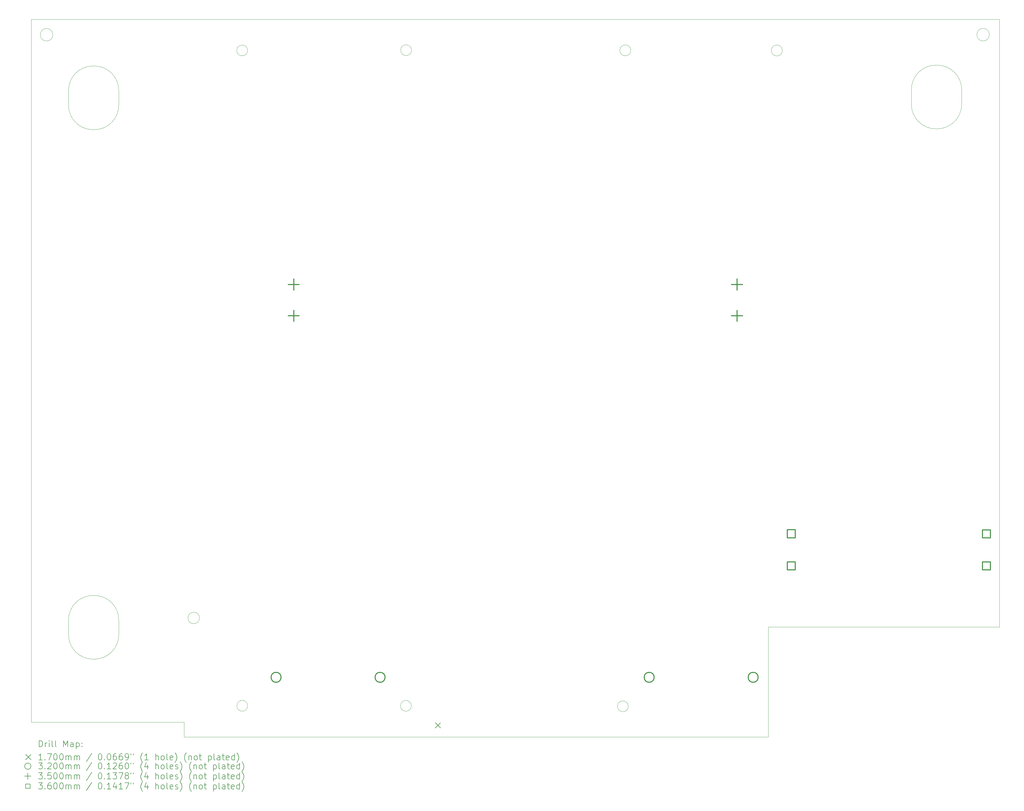
<source format=gbr>
%TF.GenerationSoftware,KiCad,Pcbnew,7.0.7*%
%TF.CreationDate,2023-08-28T13:45:56+01:00*%
%TF.ProjectId,NeoGeoAES3_5,4e656f47-656f-4414-9553-335f352e6b69,BF1.1*%
%TF.SameCoordinates,Original*%
%TF.FileFunction,Drillmap*%
%TF.FilePolarity,Positive*%
%FSLAX45Y45*%
G04 Gerber Fmt 4.5, Leading zero omitted, Abs format (unit mm)*
G04 Created by KiCad (PCBNEW 7.0.7) date 2023-08-28 13:45:56*
%MOMM*%
%LPD*%
G01*
G04 APERTURE LIST*
%ADD10C,0.100000*%
%ADD11C,0.200000*%
%ADD12C,0.170000*%
%ADD13C,0.320000*%
%ADD14C,0.350000*%
%ADD15C,0.360000*%
G04 APERTURE END LIST*
D10*
X15804179Y-4391660D02*
G75*
G03*
X15804179Y-4391660I-173019J0D01*
G01*
X34304000Y-3895000D02*
G75*
G03*
X34304000Y-3895000I-200000J0D01*
G01*
X10556240Y-4399280D02*
G75*
G03*
X10556240Y-4399280I-173019J0D01*
G01*
X6433460Y-6152120D02*
X6433460Y-5682120D01*
X27226000Y-26381000D02*
X8526000Y-26381000D01*
X27226000Y-22859000D02*
X27226000Y-26381000D01*
X4823460Y-6152120D02*
G75*
G03*
X5608460Y-6937120I785000J0D01*
G01*
X32632000Y-6910000D02*
G75*
G03*
X33417000Y-6125000I0J785000D01*
G01*
X4320000Y-3897500D02*
G75*
G03*
X4320000Y-3897500I-200000J0D01*
G01*
X5648460Y-21850160D02*
X5608460Y-21850160D01*
X6433460Y-5682120D02*
G75*
G03*
X5648460Y-4897120I-785000J0D01*
G01*
X22746019Y-25399000D02*
G75*
G03*
X22746019Y-25399000I-173019J0D01*
G01*
X5608460Y-21850160D02*
G75*
G03*
X4823460Y-22635160I0J-785000D01*
G01*
X9018000Y-22571000D02*
G75*
G03*
X9018000Y-22571000I-185000J0D01*
G01*
X5608460Y-23890160D02*
X5648460Y-23890160D01*
X6433460Y-23105160D02*
X6433460Y-22635160D01*
X33417000Y-6125000D02*
X33417000Y-5655000D01*
X32592000Y-6910000D02*
X32632000Y-6910000D01*
X5648460Y-4897120D02*
X5608460Y-4897120D01*
X3626000Y-3404000D02*
X34626000Y-3404000D01*
X8526000Y-25907000D02*
X3626000Y-25907000D01*
X5648460Y-23890160D02*
G75*
G03*
X6433460Y-23105160I0J785000D01*
G01*
X4823460Y-22635160D02*
X4823460Y-23105160D01*
X3626000Y-25907000D02*
X3626000Y-3404000D01*
X33417000Y-5655000D02*
G75*
G03*
X32632000Y-4870000I-785000J0D01*
G01*
X5648460Y-6937120D02*
G75*
G03*
X6433460Y-6152120I0J785000D01*
G01*
X34626000Y-3404000D02*
X34626000Y-22859000D01*
X15798875Y-25384760D02*
G75*
G03*
X15798875Y-25384760I-172795J0D01*
G01*
X10558780Y-25383307D02*
G75*
G03*
X10558780Y-25383307I-173019J0D01*
G01*
X4823460Y-5682120D02*
X4823460Y-6152120D01*
X32632000Y-4870000D02*
X32592000Y-4870000D01*
X5608460Y-6937120D02*
X5648460Y-6937120D01*
X5608460Y-4897120D02*
G75*
G03*
X4823460Y-5682120I0J-785000D01*
G01*
X31807000Y-6125000D02*
G75*
G03*
X32592000Y-6910000I785000J0D01*
G01*
X8526000Y-26381000D02*
X8526000Y-25907000D01*
X31807000Y-5655000D02*
X31807000Y-6125000D01*
X4823460Y-23105160D02*
G75*
G03*
X5608460Y-23890160I785000J0D01*
G01*
X6433460Y-22635160D02*
G75*
G03*
X5648460Y-21850160I-785000J0D01*
G01*
X22824440Y-4396740D02*
G75*
G03*
X22824440Y-4396740I-175260J0D01*
G01*
X27675840Y-4401820D02*
G75*
G03*
X27675840Y-4401820I-175260J0D01*
G01*
X32592000Y-4870000D02*
G75*
G03*
X31807000Y-5655000I0J-785000D01*
G01*
X34626000Y-22859000D02*
X27226000Y-22859000D01*
D11*
D12*
X16565000Y-25926240D02*
X16735000Y-26096240D01*
X16735000Y-25926240D02*
X16565000Y-26096240D01*
D13*
X11628520Y-24471200D02*
G75*
G03*
X11628520Y-24471200I-160000J0D01*
G01*
X14958520Y-24471200D02*
G75*
G03*
X14958520Y-24471200I-160000J0D01*
G01*
X23573000Y-24471200D02*
G75*
G03*
X23573000Y-24471200I-160000J0D01*
G01*
X26903000Y-24471200D02*
G75*
G03*
X26903000Y-24471200I-160000J0D01*
G01*
D14*
X12034000Y-11719000D02*
X12034000Y-12069000D01*
X11859000Y-11894000D02*
X12209000Y-11894000D01*
X12034000Y-12722000D02*
X12034000Y-13072000D01*
X11859000Y-12897000D02*
X12209000Y-12897000D01*
X26227000Y-11719000D02*
X26227000Y-12069000D01*
X26052000Y-11894000D02*
X26402000Y-11894000D01*
X26227000Y-12722000D02*
X26227000Y-13072000D01*
X26052000Y-12897000D02*
X26402000Y-12897000D01*
D15*
X28087280Y-21028280D02*
X28087280Y-20773720D01*
X27832720Y-20773720D01*
X27832720Y-21028280D01*
X28087280Y-21028280D01*
X28088280Y-20002280D02*
X28088280Y-19747720D01*
X27833720Y-19747720D01*
X27833720Y-20002280D01*
X28088280Y-20002280D01*
X34340280Y-20003280D02*
X34340280Y-19748720D01*
X34085720Y-19748720D01*
X34085720Y-20003280D01*
X34340280Y-20003280D01*
X34340280Y-21030280D02*
X34340280Y-20775720D01*
X34085720Y-20775720D01*
X34085720Y-21030280D01*
X34340280Y-21030280D01*
D11*
X3881777Y-26697484D02*
X3881777Y-26497484D01*
X3881777Y-26497484D02*
X3929396Y-26497484D01*
X3929396Y-26497484D02*
X3957967Y-26507008D01*
X3957967Y-26507008D02*
X3977015Y-26526055D01*
X3977015Y-26526055D02*
X3986539Y-26545103D01*
X3986539Y-26545103D02*
X3996062Y-26583198D01*
X3996062Y-26583198D02*
X3996062Y-26611769D01*
X3996062Y-26611769D02*
X3986539Y-26649865D01*
X3986539Y-26649865D02*
X3977015Y-26668912D01*
X3977015Y-26668912D02*
X3957967Y-26687960D01*
X3957967Y-26687960D02*
X3929396Y-26697484D01*
X3929396Y-26697484D02*
X3881777Y-26697484D01*
X4081777Y-26697484D02*
X4081777Y-26564150D01*
X4081777Y-26602246D02*
X4091301Y-26583198D01*
X4091301Y-26583198D02*
X4100824Y-26573674D01*
X4100824Y-26573674D02*
X4119872Y-26564150D01*
X4119872Y-26564150D02*
X4138920Y-26564150D01*
X4205586Y-26697484D02*
X4205586Y-26564150D01*
X4205586Y-26497484D02*
X4196063Y-26507008D01*
X4196063Y-26507008D02*
X4205586Y-26516531D01*
X4205586Y-26516531D02*
X4215110Y-26507008D01*
X4215110Y-26507008D02*
X4205586Y-26497484D01*
X4205586Y-26497484D02*
X4205586Y-26516531D01*
X4329396Y-26697484D02*
X4310348Y-26687960D01*
X4310348Y-26687960D02*
X4300824Y-26668912D01*
X4300824Y-26668912D02*
X4300824Y-26497484D01*
X4434158Y-26697484D02*
X4415110Y-26687960D01*
X4415110Y-26687960D02*
X4405586Y-26668912D01*
X4405586Y-26668912D02*
X4405586Y-26497484D01*
X4662729Y-26697484D02*
X4662729Y-26497484D01*
X4662729Y-26497484D02*
X4729396Y-26640341D01*
X4729396Y-26640341D02*
X4796063Y-26497484D01*
X4796063Y-26497484D02*
X4796063Y-26697484D01*
X4977015Y-26697484D02*
X4977015Y-26592722D01*
X4977015Y-26592722D02*
X4967491Y-26573674D01*
X4967491Y-26573674D02*
X4948444Y-26564150D01*
X4948444Y-26564150D02*
X4910348Y-26564150D01*
X4910348Y-26564150D02*
X4891301Y-26573674D01*
X4977015Y-26687960D02*
X4957967Y-26697484D01*
X4957967Y-26697484D02*
X4910348Y-26697484D01*
X4910348Y-26697484D02*
X4891301Y-26687960D01*
X4891301Y-26687960D02*
X4881777Y-26668912D01*
X4881777Y-26668912D02*
X4881777Y-26649865D01*
X4881777Y-26649865D02*
X4891301Y-26630817D01*
X4891301Y-26630817D02*
X4910348Y-26621293D01*
X4910348Y-26621293D02*
X4957967Y-26621293D01*
X4957967Y-26621293D02*
X4977015Y-26611769D01*
X5072253Y-26564150D02*
X5072253Y-26764150D01*
X5072253Y-26573674D02*
X5091301Y-26564150D01*
X5091301Y-26564150D02*
X5129396Y-26564150D01*
X5129396Y-26564150D02*
X5148444Y-26573674D01*
X5148444Y-26573674D02*
X5157967Y-26583198D01*
X5157967Y-26583198D02*
X5167491Y-26602246D01*
X5167491Y-26602246D02*
X5167491Y-26659388D01*
X5167491Y-26659388D02*
X5157967Y-26678436D01*
X5157967Y-26678436D02*
X5148444Y-26687960D01*
X5148444Y-26687960D02*
X5129396Y-26697484D01*
X5129396Y-26697484D02*
X5091301Y-26697484D01*
X5091301Y-26697484D02*
X5072253Y-26687960D01*
X5253205Y-26678436D02*
X5262729Y-26687960D01*
X5262729Y-26687960D02*
X5253205Y-26697484D01*
X5253205Y-26697484D02*
X5243682Y-26687960D01*
X5243682Y-26687960D02*
X5253205Y-26678436D01*
X5253205Y-26678436D02*
X5253205Y-26697484D01*
X5253205Y-26573674D02*
X5262729Y-26583198D01*
X5262729Y-26583198D02*
X5253205Y-26592722D01*
X5253205Y-26592722D02*
X5243682Y-26583198D01*
X5243682Y-26583198D02*
X5253205Y-26573674D01*
X5253205Y-26573674D02*
X5253205Y-26592722D01*
D12*
X3451000Y-26941000D02*
X3621000Y-27111000D01*
X3621000Y-26941000D02*
X3451000Y-27111000D01*
D11*
X3986539Y-27117484D02*
X3872253Y-27117484D01*
X3929396Y-27117484D02*
X3929396Y-26917484D01*
X3929396Y-26917484D02*
X3910348Y-26946055D01*
X3910348Y-26946055D02*
X3891301Y-26965103D01*
X3891301Y-26965103D02*
X3872253Y-26974627D01*
X4072253Y-27098436D02*
X4081777Y-27107960D01*
X4081777Y-27107960D02*
X4072253Y-27117484D01*
X4072253Y-27117484D02*
X4062729Y-27107960D01*
X4062729Y-27107960D02*
X4072253Y-27098436D01*
X4072253Y-27098436D02*
X4072253Y-27117484D01*
X4148443Y-26917484D02*
X4281777Y-26917484D01*
X4281777Y-26917484D02*
X4196063Y-27117484D01*
X4396063Y-26917484D02*
X4415110Y-26917484D01*
X4415110Y-26917484D02*
X4434158Y-26927008D01*
X4434158Y-26927008D02*
X4443682Y-26936531D01*
X4443682Y-26936531D02*
X4453205Y-26955579D01*
X4453205Y-26955579D02*
X4462729Y-26993674D01*
X4462729Y-26993674D02*
X4462729Y-27041293D01*
X4462729Y-27041293D02*
X4453205Y-27079388D01*
X4453205Y-27079388D02*
X4443682Y-27098436D01*
X4443682Y-27098436D02*
X4434158Y-27107960D01*
X4434158Y-27107960D02*
X4415110Y-27117484D01*
X4415110Y-27117484D02*
X4396063Y-27117484D01*
X4396063Y-27117484D02*
X4377015Y-27107960D01*
X4377015Y-27107960D02*
X4367491Y-27098436D01*
X4367491Y-27098436D02*
X4357967Y-27079388D01*
X4357967Y-27079388D02*
X4348444Y-27041293D01*
X4348444Y-27041293D02*
X4348444Y-26993674D01*
X4348444Y-26993674D02*
X4357967Y-26955579D01*
X4357967Y-26955579D02*
X4367491Y-26936531D01*
X4367491Y-26936531D02*
X4377015Y-26927008D01*
X4377015Y-26927008D02*
X4396063Y-26917484D01*
X4586539Y-26917484D02*
X4605586Y-26917484D01*
X4605586Y-26917484D02*
X4624634Y-26927008D01*
X4624634Y-26927008D02*
X4634158Y-26936531D01*
X4634158Y-26936531D02*
X4643682Y-26955579D01*
X4643682Y-26955579D02*
X4653205Y-26993674D01*
X4653205Y-26993674D02*
X4653205Y-27041293D01*
X4653205Y-27041293D02*
X4643682Y-27079388D01*
X4643682Y-27079388D02*
X4634158Y-27098436D01*
X4634158Y-27098436D02*
X4624634Y-27107960D01*
X4624634Y-27107960D02*
X4605586Y-27117484D01*
X4605586Y-27117484D02*
X4586539Y-27117484D01*
X4586539Y-27117484D02*
X4567491Y-27107960D01*
X4567491Y-27107960D02*
X4557967Y-27098436D01*
X4557967Y-27098436D02*
X4548444Y-27079388D01*
X4548444Y-27079388D02*
X4538920Y-27041293D01*
X4538920Y-27041293D02*
X4538920Y-26993674D01*
X4538920Y-26993674D02*
X4548444Y-26955579D01*
X4548444Y-26955579D02*
X4557967Y-26936531D01*
X4557967Y-26936531D02*
X4567491Y-26927008D01*
X4567491Y-26927008D02*
X4586539Y-26917484D01*
X4738920Y-27117484D02*
X4738920Y-26984150D01*
X4738920Y-27003198D02*
X4748444Y-26993674D01*
X4748444Y-26993674D02*
X4767491Y-26984150D01*
X4767491Y-26984150D02*
X4796063Y-26984150D01*
X4796063Y-26984150D02*
X4815110Y-26993674D01*
X4815110Y-26993674D02*
X4824634Y-27012722D01*
X4824634Y-27012722D02*
X4824634Y-27117484D01*
X4824634Y-27012722D02*
X4834158Y-26993674D01*
X4834158Y-26993674D02*
X4853205Y-26984150D01*
X4853205Y-26984150D02*
X4881777Y-26984150D01*
X4881777Y-26984150D02*
X4900825Y-26993674D01*
X4900825Y-26993674D02*
X4910348Y-27012722D01*
X4910348Y-27012722D02*
X4910348Y-27117484D01*
X5005586Y-27117484D02*
X5005586Y-26984150D01*
X5005586Y-27003198D02*
X5015110Y-26993674D01*
X5015110Y-26993674D02*
X5034158Y-26984150D01*
X5034158Y-26984150D02*
X5062729Y-26984150D01*
X5062729Y-26984150D02*
X5081777Y-26993674D01*
X5081777Y-26993674D02*
X5091301Y-27012722D01*
X5091301Y-27012722D02*
X5091301Y-27117484D01*
X5091301Y-27012722D02*
X5100825Y-26993674D01*
X5100825Y-26993674D02*
X5119872Y-26984150D01*
X5119872Y-26984150D02*
X5148444Y-26984150D01*
X5148444Y-26984150D02*
X5167491Y-26993674D01*
X5167491Y-26993674D02*
X5177015Y-27012722D01*
X5177015Y-27012722D02*
X5177015Y-27117484D01*
X5567491Y-26907960D02*
X5396063Y-27165103D01*
X5824634Y-26917484D02*
X5843682Y-26917484D01*
X5843682Y-26917484D02*
X5862729Y-26927008D01*
X5862729Y-26927008D02*
X5872253Y-26936531D01*
X5872253Y-26936531D02*
X5881777Y-26955579D01*
X5881777Y-26955579D02*
X5891301Y-26993674D01*
X5891301Y-26993674D02*
X5891301Y-27041293D01*
X5891301Y-27041293D02*
X5881777Y-27079388D01*
X5881777Y-27079388D02*
X5872253Y-27098436D01*
X5872253Y-27098436D02*
X5862729Y-27107960D01*
X5862729Y-27107960D02*
X5843682Y-27117484D01*
X5843682Y-27117484D02*
X5824634Y-27117484D01*
X5824634Y-27117484D02*
X5805586Y-27107960D01*
X5805586Y-27107960D02*
X5796063Y-27098436D01*
X5796063Y-27098436D02*
X5786539Y-27079388D01*
X5786539Y-27079388D02*
X5777015Y-27041293D01*
X5777015Y-27041293D02*
X5777015Y-26993674D01*
X5777015Y-26993674D02*
X5786539Y-26955579D01*
X5786539Y-26955579D02*
X5796063Y-26936531D01*
X5796063Y-26936531D02*
X5805586Y-26927008D01*
X5805586Y-26927008D02*
X5824634Y-26917484D01*
X5977015Y-27098436D02*
X5986539Y-27107960D01*
X5986539Y-27107960D02*
X5977015Y-27117484D01*
X5977015Y-27117484D02*
X5967491Y-27107960D01*
X5967491Y-27107960D02*
X5977015Y-27098436D01*
X5977015Y-27098436D02*
X5977015Y-27117484D01*
X6110348Y-26917484D02*
X6129396Y-26917484D01*
X6129396Y-26917484D02*
X6148444Y-26927008D01*
X6148444Y-26927008D02*
X6157967Y-26936531D01*
X6157967Y-26936531D02*
X6167491Y-26955579D01*
X6167491Y-26955579D02*
X6177015Y-26993674D01*
X6177015Y-26993674D02*
X6177015Y-27041293D01*
X6177015Y-27041293D02*
X6167491Y-27079388D01*
X6167491Y-27079388D02*
X6157967Y-27098436D01*
X6157967Y-27098436D02*
X6148444Y-27107960D01*
X6148444Y-27107960D02*
X6129396Y-27117484D01*
X6129396Y-27117484D02*
X6110348Y-27117484D01*
X6110348Y-27117484D02*
X6091301Y-27107960D01*
X6091301Y-27107960D02*
X6081777Y-27098436D01*
X6081777Y-27098436D02*
X6072253Y-27079388D01*
X6072253Y-27079388D02*
X6062729Y-27041293D01*
X6062729Y-27041293D02*
X6062729Y-26993674D01*
X6062729Y-26993674D02*
X6072253Y-26955579D01*
X6072253Y-26955579D02*
X6081777Y-26936531D01*
X6081777Y-26936531D02*
X6091301Y-26927008D01*
X6091301Y-26927008D02*
X6110348Y-26917484D01*
X6348444Y-26917484D02*
X6310348Y-26917484D01*
X6310348Y-26917484D02*
X6291301Y-26927008D01*
X6291301Y-26927008D02*
X6281777Y-26936531D01*
X6281777Y-26936531D02*
X6262729Y-26965103D01*
X6262729Y-26965103D02*
X6253206Y-27003198D01*
X6253206Y-27003198D02*
X6253206Y-27079388D01*
X6253206Y-27079388D02*
X6262729Y-27098436D01*
X6262729Y-27098436D02*
X6272253Y-27107960D01*
X6272253Y-27107960D02*
X6291301Y-27117484D01*
X6291301Y-27117484D02*
X6329396Y-27117484D01*
X6329396Y-27117484D02*
X6348444Y-27107960D01*
X6348444Y-27107960D02*
X6357967Y-27098436D01*
X6357967Y-27098436D02*
X6367491Y-27079388D01*
X6367491Y-27079388D02*
X6367491Y-27031769D01*
X6367491Y-27031769D02*
X6357967Y-27012722D01*
X6357967Y-27012722D02*
X6348444Y-27003198D01*
X6348444Y-27003198D02*
X6329396Y-26993674D01*
X6329396Y-26993674D02*
X6291301Y-26993674D01*
X6291301Y-26993674D02*
X6272253Y-27003198D01*
X6272253Y-27003198D02*
X6262729Y-27012722D01*
X6262729Y-27012722D02*
X6253206Y-27031769D01*
X6538920Y-26917484D02*
X6500825Y-26917484D01*
X6500825Y-26917484D02*
X6481777Y-26927008D01*
X6481777Y-26927008D02*
X6472253Y-26936531D01*
X6472253Y-26936531D02*
X6453206Y-26965103D01*
X6453206Y-26965103D02*
X6443682Y-27003198D01*
X6443682Y-27003198D02*
X6443682Y-27079388D01*
X6443682Y-27079388D02*
X6453206Y-27098436D01*
X6453206Y-27098436D02*
X6462729Y-27107960D01*
X6462729Y-27107960D02*
X6481777Y-27117484D01*
X6481777Y-27117484D02*
X6519872Y-27117484D01*
X6519872Y-27117484D02*
X6538920Y-27107960D01*
X6538920Y-27107960D02*
X6548444Y-27098436D01*
X6548444Y-27098436D02*
X6557967Y-27079388D01*
X6557967Y-27079388D02*
X6557967Y-27031769D01*
X6557967Y-27031769D02*
X6548444Y-27012722D01*
X6548444Y-27012722D02*
X6538920Y-27003198D01*
X6538920Y-27003198D02*
X6519872Y-26993674D01*
X6519872Y-26993674D02*
X6481777Y-26993674D01*
X6481777Y-26993674D02*
X6462729Y-27003198D01*
X6462729Y-27003198D02*
X6453206Y-27012722D01*
X6453206Y-27012722D02*
X6443682Y-27031769D01*
X6653206Y-27117484D02*
X6691301Y-27117484D01*
X6691301Y-27117484D02*
X6710348Y-27107960D01*
X6710348Y-27107960D02*
X6719872Y-27098436D01*
X6719872Y-27098436D02*
X6738920Y-27069865D01*
X6738920Y-27069865D02*
X6748444Y-27031769D01*
X6748444Y-27031769D02*
X6748444Y-26955579D01*
X6748444Y-26955579D02*
X6738920Y-26936531D01*
X6738920Y-26936531D02*
X6729396Y-26927008D01*
X6729396Y-26927008D02*
X6710348Y-26917484D01*
X6710348Y-26917484D02*
X6672253Y-26917484D01*
X6672253Y-26917484D02*
X6653206Y-26927008D01*
X6653206Y-26927008D02*
X6643682Y-26936531D01*
X6643682Y-26936531D02*
X6634158Y-26955579D01*
X6634158Y-26955579D02*
X6634158Y-27003198D01*
X6634158Y-27003198D02*
X6643682Y-27022246D01*
X6643682Y-27022246D02*
X6653206Y-27031769D01*
X6653206Y-27031769D02*
X6672253Y-27041293D01*
X6672253Y-27041293D02*
X6710348Y-27041293D01*
X6710348Y-27041293D02*
X6729396Y-27031769D01*
X6729396Y-27031769D02*
X6738920Y-27022246D01*
X6738920Y-27022246D02*
X6748444Y-27003198D01*
X6824634Y-26917484D02*
X6824634Y-26955579D01*
X6900825Y-26917484D02*
X6900825Y-26955579D01*
X7196063Y-27193674D02*
X7186539Y-27184150D01*
X7186539Y-27184150D02*
X7167491Y-27155579D01*
X7167491Y-27155579D02*
X7157968Y-27136531D01*
X7157968Y-27136531D02*
X7148444Y-27107960D01*
X7148444Y-27107960D02*
X7138920Y-27060341D01*
X7138920Y-27060341D02*
X7138920Y-27022246D01*
X7138920Y-27022246D02*
X7148444Y-26974627D01*
X7148444Y-26974627D02*
X7157968Y-26946055D01*
X7157968Y-26946055D02*
X7167491Y-26927008D01*
X7167491Y-26927008D02*
X7186539Y-26898436D01*
X7186539Y-26898436D02*
X7196063Y-26888912D01*
X7377015Y-27117484D02*
X7262729Y-27117484D01*
X7319872Y-27117484D02*
X7319872Y-26917484D01*
X7319872Y-26917484D02*
X7300825Y-26946055D01*
X7300825Y-26946055D02*
X7281777Y-26965103D01*
X7281777Y-26965103D02*
X7262729Y-26974627D01*
X7615110Y-27117484D02*
X7615110Y-26917484D01*
X7700825Y-27117484D02*
X7700825Y-27012722D01*
X7700825Y-27012722D02*
X7691301Y-26993674D01*
X7691301Y-26993674D02*
X7672253Y-26984150D01*
X7672253Y-26984150D02*
X7643682Y-26984150D01*
X7643682Y-26984150D02*
X7624634Y-26993674D01*
X7624634Y-26993674D02*
X7615110Y-27003198D01*
X7824634Y-27117484D02*
X7805587Y-27107960D01*
X7805587Y-27107960D02*
X7796063Y-27098436D01*
X7796063Y-27098436D02*
X7786539Y-27079388D01*
X7786539Y-27079388D02*
X7786539Y-27022246D01*
X7786539Y-27022246D02*
X7796063Y-27003198D01*
X7796063Y-27003198D02*
X7805587Y-26993674D01*
X7805587Y-26993674D02*
X7824634Y-26984150D01*
X7824634Y-26984150D02*
X7853206Y-26984150D01*
X7853206Y-26984150D02*
X7872253Y-26993674D01*
X7872253Y-26993674D02*
X7881777Y-27003198D01*
X7881777Y-27003198D02*
X7891301Y-27022246D01*
X7891301Y-27022246D02*
X7891301Y-27079388D01*
X7891301Y-27079388D02*
X7881777Y-27098436D01*
X7881777Y-27098436D02*
X7872253Y-27107960D01*
X7872253Y-27107960D02*
X7853206Y-27117484D01*
X7853206Y-27117484D02*
X7824634Y-27117484D01*
X8005587Y-27117484D02*
X7986539Y-27107960D01*
X7986539Y-27107960D02*
X7977015Y-27088912D01*
X7977015Y-27088912D02*
X7977015Y-26917484D01*
X8157968Y-27107960D02*
X8138920Y-27117484D01*
X8138920Y-27117484D02*
X8100825Y-27117484D01*
X8100825Y-27117484D02*
X8081777Y-27107960D01*
X8081777Y-27107960D02*
X8072253Y-27088912D01*
X8072253Y-27088912D02*
X8072253Y-27012722D01*
X8072253Y-27012722D02*
X8081777Y-26993674D01*
X8081777Y-26993674D02*
X8100825Y-26984150D01*
X8100825Y-26984150D02*
X8138920Y-26984150D01*
X8138920Y-26984150D02*
X8157968Y-26993674D01*
X8157968Y-26993674D02*
X8167491Y-27012722D01*
X8167491Y-27012722D02*
X8167491Y-27031769D01*
X8167491Y-27031769D02*
X8072253Y-27050817D01*
X8234158Y-27193674D02*
X8243682Y-27184150D01*
X8243682Y-27184150D02*
X8262730Y-27155579D01*
X8262730Y-27155579D02*
X8272253Y-27136531D01*
X8272253Y-27136531D02*
X8281777Y-27107960D01*
X8281777Y-27107960D02*
X8291301Y-27060341D01*
X8291301Y-27060341D02*
X8291301Y-27022246D01*
X8291301Y-27022246D02*
X8281777Y-26974627D01*
X8281777Y-26974627D02*
X8272253Y-26946055D01*
X8272253Y-26946055D02*
X8262730Y-26927008D01*
X8262730Y-26927008D02*
X8243682Y-26898436D01*
X8243682Y-26898436D02*
X8234158Y-26888912D01*
X8596063Y-27193674D02*
X8586539Y-27184150D01*
X8586539Y-27184150D02*
X8567492Y-27155579D01*
X8567492Y-27155579D02*
X8557968Y-27136531D01*
X8557968Y-27136531D02*
X8548444Y-27107960D01*
X8548444Y-27107960D02*
X8538920Y-27060341D01*
X8538920Y-27060341D02*
X8538920Y-27022246D01*
X8538920Y-27022246D02*
X8548444Y-26974627D01*
X8548444Y-26974627D02*
X8557968Y-26946055D01*
X8557968Y-26946055D02*
X8567492Y-26927008D01*
X8567492Y-26927008D02*
X8586539Y-26898436D01*
X8586539Y-26898436D02*
X8596063Y-26888912D01*
X8672253Y-26984150D02*
X8672253Y-27117484D01*
X8672253Y-27003198D02*
X8681777Y-26993674D01*
X8681777Y-26993674D02*
X8700825Y-26984150D01*
X8700825Y-26984150D02*
X8729396Y-26984150D01*
X8729396Y-26984150D02*
X8748444Y-26993674D01*
X8748444Y-26993674D02*
X8757968Y-27012722D01*
X8757968Y-27012722D02*
X8757968Y-27117484D01*
X8881777Y-27117484D02*
X8862730Y-27107960D01*
X8862730Y-27107960D02*
X8853206Y-27098436D01*
X8853206Y-27098436D02*
X8843682Y-27079388D01*
X8843682Y-27079388D02*
X8843682Y-27022246D01*
X8843682Y-27022246D02*
X8853206Y-27003198D01*
X8853206Y-27003198D02*
X8862730Y-26993674D01*
X8862730Y-26993674D02*
X8881777Y-26984150D01*
X8881777Y-26984150D02*
X8910349Y-26984150D01*
X8910349Y-26984150D02*
X8929396Y-26993674D01*
X8929396Y-26993674D02*
X8938920Y-27003198D01*
X8938920Y-27003198D02*
X8948444Y-27022246D01*
X8948444Y-27022246D02*
X8948444Y-27079388D01*
X8948444Y-27079388D02*
X8938920Y-27098436D01*
X8938920Y-27098436D02*
X8929396Y-27107960D01*
X8929396Y-27107960D02*
X8910349Y-27117484D01*
X8910349Y-27117484D02*
X8881777Y-27117484D01*
X9005587Y-26984150D02*
X9081777Y-26984150D01*
X9034158Y-26917484D02*
X9034158Y-27088912D01*
X9034158Y-27088912D02*
X9043682Y-27107960D01*
X9043682Y-27107960D02*
X9062730Y-27117484D01*
X9062730Y-27117484D02*
X9081777Y-27117484D01*
X9300825Y-26984150D02*
X9300825Y-27184150D01*
X9300825Y-26993674D02*
X9319873Y-26984150D01*
X9319873Y-26984150D02*
X9357968Y-26984150D01*
X9357968Y-26984150D02*
X9377015Y-26993674D01*
X9377015Y-26993674D02*
X9386539Y-27003198D01*
X9386539Y-27003198D02*
X9396063Y-27022246D01*
X9396063Y-27022246D02*
X9396063Y-27079388D01*
X9396063Y-27079388D02*
X9386539Y-27098436D01*
X9386539Y-27098436D02*
X9377015Y-27107960D01*
X9377015Y-27107960D02*
X9357968Y-27117484D01*
X9357968Y-27117484D02*
X9319873Y-27117484D01*
X9319873Y-27117484D02*
X9300825Y-27107960D01*
X9510349Y-27117484D02*
X9491301Y-27107960D01*
X9491301Y-27107960D02*
X9481777Y-27088912D01*
X9481777Y-27088912D02*
X9481777Y-26917484D01*
X9672254Y-27117484D02*
X9672254Y-27012722D01*
X9672254Y-27012722D02*
X9662730Y-26993674D01*
X9662730Y-26993674D02*
X9643682Y-26984150D01*
X9643682Y-26984150D02*
X9605587Y-26984150D01*
X9605587Y-26984150D02*
X9586539Y-26993674D01*
X9672254Y-27107960D02*
X9653206Y-27117484D01*
X9653206Y-27117484D02*
X9605587Y-27117484D01*
X9605587Y-27117484D02*
X9586539Y-27107960D01*
X9586539Y-27107960D02*
X9577015Y-27088912D01*
X9577015Y-27088912D02*
X9577015Y-27069865D01*
X9577015Y-27069865D02*
X9586539Y-27050817D01*
X9586539Y-27050817D02*
X9605587Y-27041293D01*
X9605587Y-27041293D02*
X9653206Y-27041293D01*
X9653206Y-27041293D02*
X9672254Y-27031769D01*
X9738920Y-26984150D02*
X9815111Y-26984150D01*
X9767492Y-26917484D02*
X9767492Y-27088912D01*
X9767492Y-27088912D02*
X9777015Y-27107960D01*
X9777015Y-27107960D02*
X9796063Y-27117484D01*
X9796063Y-27117484D02*
X9815111Y-27117484D01*
X9957968Y-27107960D02*
X9938920Y-27117484D01*
X9938920Y-27117484D02*
X9900825Y-27117484D01*
X9900825Y-27117484D02*
X9881777Y-27107960D01*
X9881777Y-27107960D02*
X9872254Y-27088912D01*
X9872254Y-27088912D02*
X9872254Y-27012722D01*
X9872254Y-27012722D02*
X9881777Y-26993674D01*
X9881777Y-26993674D02*
X9900825Y-26984150D01*
X9900825Y-26984150D02*
X9938920Y-26984150D01*
X9938920Y-26984150D02*
X9957968Y-26993674D01*
X9957968Y-26993674D02*
X9967492Y-27012722D01*
X9967492Y-27012722D02*
X9967492Y-27031769D01*
X9967492Y-27031769D02*
X9872254Y-27050817D01*
X10138920Y-27117484D02*
X10138920Y-26917484D01*
X10138920Y-27107960D02*
X10119873Y-27117484D01*
X10119873Y-27117484D02*
X10081777Y-27117484D01*
X10081777Y-27117484D02*
X10062730Y-27107960D01*
X10062730Y-27107960D02*
X10053206Y-27098436D01*
X10053206Y-27098436D02*
X10043682Y-27079388D01*
X10043682Y-27079388D02*
X10043682Y-27022246D01*
X10043682Y-27022246D02*
X10053206Y-27003198D01*
X10053206Y-27003198D02*
X10062730Y-26993674D01*
X10062730Y-26993674D02*
X10081777Y-26984150D01*
X10081777Y-26984150D02*
X10119873Y-26984150D01*
X10119873Y-26984150D02*
X10138920Y-26993674D01*
X10215111Y-27193674D02*
X10224635Y-27184150D01*
X10224635Y-27184150D02*
X10243682Y-27155579D01*
X10243682Y-27155579D02*
X10253206Y-27136531D01*
X10253206Y-27136531D02*
X10262730Y-27107960D01*
X10262730Y-27107960D02*
X10272254Y-27060341D01*
X10272254Y-27060341D02*
X10272254Y-27022246D01*
X10272254Y-27022246D02*
X10262730Y-26974627D01*
X10262730Y-26974627D02*
X10253206Y-26946055D01*
X10253206Y-26946055D02*
X10243682Y-26927008D01*
X10243682Y-26927008D02*
X10224635Y-26898436D01*
X10224635Y-26898436D02*
X10215111Y-26888912D01*
X3621000Y-27316000D02*
G75*
G03*
X3621000Y-27316000I-100000J0D01*
G01*
X3862729Y-27207484D02*
X3986539Y-27207484D01*
X3986539Y-27207484D02*
X3919872Y-27283674D01*
X3919872Y-27283674D02*
X3948443Y-27283674D01*
X3948443Y-27283674D02*
X3967491Y-27293198D01*
X3967491Y-27293198D02*
X3977015Y-27302722D01*
X3977015Y-27302722D02*
X3986539Y-27321769D01*
X3986539Y-27321769D02*
X3986539Y-27369388D01*
X3986539Y-27369388D02*
X3977015Y-27388436D01*
X3977015Y-27388436D02*
X3967491Y-27397960D01*
X3967491Y-27397960D02*
X3948443Y-27407484D01*
X3948443Y-27407484D02*
X3891301Y-27407484D01*
X3891301Y-27407484D02*
X3872253Y-27397960D01*
X3872253Y-27397960D02*
X3862729Y-27388436D01*
X4072253Y-27388436D02*
X4081777Y-27397960D01*
X4081777Y-27397960D02*
X4072253Y-27407484D01*
X4072253Y-27407484D02*
X4062729Y-27397960D01*
X4062729Y-27397960D02*
X4072253Y-27388436D01*
X4072253Y-27388436D02*
X4072253Y-27407484D01*
X4157967Y-27226531D02*
X4167491Y-27217008D01*
X4167491Y-27217008D02*
X4186539Y-27207484D01*
X4186539Y-27207484D02*
X4234158Y-27207484D01*
X4234158Y-27207484D02*
X4253205Y-27217008D01*
X4253205Y-27217008D02*
X4262729Y-27226531D01*
X4262729Y-27226531D02*
X4272253Y-27245579D01*
X4272253Y-27245579D02*
X4272253Y-27264627D01*
X4272253Y-27264627D02*
X4262729Y-27293198D01*
X4262729Y-27293198D02*
X4148443Y-27407484D01*
X4148443Y-27407484D02*
X4272253Y-27407484D01*
X4396063Y-27207484D02*
X4415110Y-27207484D01*
X4415110Y-27207484D02*
X4434158Y-27217008D01*
X4434158Y-27217008D02*
X4443682Y-27226531D01*
X4443682Y-27226531D02*
X4453205Y-27245579D01*
X4453205Y-27245579D02*
X4462729Y-27283674D01*
X4462729Y-27283674D02*
X4462729Y-27331293D01*
X4462729Y-27331293D02*
X4453205Y-27369388D01*
X4453205Y-27369388D02*
X4443682Y-27388436D01*
X4443682Y-27388436D02*
X4434158Y-27397960D01*
X4434158Y-27397960D02*
X4415110Y-27407484D01*
X4415110Y-27407484D02*
X4396063Y-27407484D01*
X4396063Y-27407484D02*
X4377015Y-27397960D01*
X4377015Y-27397960D02*
X4367491Y-27388436D01*
X4367491Y-27388436D02*
X4357967Y-27369388D01*
X4357967Y-27369388D02*
X4348444Y-27331293D01*
X4348444Y-27331293D02*
X4348444Y-27283674D01*
X4348444Y-27283674D02*
X4357967Y-27245579D01*
X4357967Y-27245579D02*
X4367491Y-27226531D01*
X4367491Y-27226531D02*
X4377015Y-27217008D01*
X4377015Y-27217008D02*
X4396063Y-27207484D01*
X4586539Y-27207484D02*
X4605586Y-27207484D01*
X4605586Y-27207484D02*
X4624634Y-27217008D01*
X4624634Y-27217008D02*
X4634158Y-27226531D01*
X4634158Y-27226531D02*
X4643682Y-27245579D01*
X4643682Y-27245579D02*
X4653205Y-27283674D01*
X4653205Y-27283674D02*
X4653205Y-27331293D01*
X4653205Y-27331293D02*
X4643682Y-27369388D01*
X4643682Y-27369388D02*
X4634158Y-27388436D01*
X4634158Y-27388436D02*
X4624634Y-27397960D01*
X4624634Y-27397960D02*
X4605586Y-27407484D01*
X4605586Y-27407484D02*
X4586539Y-27407484D01*
X4586539Y-27407484D02*
X4567491Y-27397960D01*
X4567491Y-27397960D02*
X4557967Y-27388436D01*
X4557967Y-27388436D02*
X4548444Y-27369388D01*
X4548444Y-27369388D02*
X4538920Y-27331293D01*
X4538920Y-27331293D02*
X4538920Y-27283674D01*
X4538920Y-27283674D02*
X4548444Y-27245579D01*
X4548444Y-27245579D02*
X4557967Y-27226531D01*
X4557967Y-27226531D02*
X4567491Y-27217008D01*
X4567491Y-27217008D02*
X4586539Y-27207484D01*
X4738920Y-27407484D02*
X4738920Y-27274150D01*
X4738920Y-27293198D02*
X4748444Y-27283674D01*
X4748444Y-27283674D02*
X4767491Y-27274150D01*
X4767491Y-27274150D02*
X4796063Y-27274150D01*
X4796063Y-27274150D02*
X4815110Y-27283674D01*
X4815110Y-27283674D02*
X4824634Y-27302722D01*
X4824634Y-27302722D02*
X4824634Y-27407484D01*
X4824634Y-27302722D02*
X4834158Y-27283674D01*
X4834158Y-27283674D02*
X4853205Y-27274150D01*
X4853205Y-27274150D02*
X4881777Y-27274150D01*
X4881777Y-27274150D02*
X4900825Y-27283674D01*
X4900825Y-27283674D02*
X4910348Y-27302722D01*
X4910348Y-27302722D02*
X4910348Y-27407484D01*
X5005586Y-27407484D02*
X5005586Y-27274150D01*
X5005586Y-27293198D02*
X5015110Y-27283674D01*
X5015110Y-27283674D02*
X5034158Y-27274150D01*
X5034158Y-27274150D02*
X5062729Y-27274150D01*
X5062729Y-27274150D02*
X5081777Y-27283674D01*
X5081777Y-27283674D02*
X5091301Y-27302722D01*
X5091301Y-27302722D02*
X5091301Y-27407484D01*
X5091301Y-27302722D02*
X5100825Y-27283674D01*
X5100825Y-27283674D02*
X5119872Y-27274150D01*
X5119872Y-27274150D02*
X5148444Y-27274150D01*
X5148444Y-27274150D02*
X5167491Y-27283674D01*
X5167491Y-27283674D02*
X5177015Y-27302722D01*
X5177015Y-27302722D02*
X5177015Y-27407484D01*
X5567491Y-27197960D02*
X5396063Y-27455103D01*
X5824634Y-27207484D02*
X5843682Y-27207484D01*
X5843682Y-27207484D02*
X5862729Y-27217008D01*
X5862729Y-27217008D02*
X5872253Y-27226531D01*
X5872253Y-27226531D02*
X5881777Y-27245579D01*
X5881777Y-27245579D02*
X5891301Y-27283674D01*
X5891301Y-27283674D02*
X5891301Y-27331293D01*
X5891301Y-27331293D02*
X5881777Y-27369388D01*
X5881777Y-27369388D02*
X5872253Y-27388436D01*
X5872253Y-27388436D02*
X5862729Y-27397960D01*
X5862729Y-27397960D02*
X5843682Y-27407484D01*
X5843682Y-27407484D02*
X5824634Y-27407484D01*
X5824634Y-27407484D02*
X5805586Y-27397960D01*
X5805586Y-27397960D02*
X5796063Y-27388436D01*
X5796063Y-27388436D02*
X5786539Y-27369388D01*
X5786539Y-27369388D02*
X5777015Y-27331293D01*
X5777015Y-27331293D02*
X5777015Y-27283674D01*
X5777015Y-27283674D02*
X5786539Y-27245579D01*
X5786539Y-27245579D02*
X5796063Y-27226531D01*
X5796063Y-27226531D02*
X5805586Y-27217008D01*
X5805586Y-27217008D02*
X5824634Y-27207484D01*
X5977015Y-27388436D02*
X5986539Y-27397960D01*
X5986539Y-27397960D02*
X5977015Y-27407484D01*
X5977015Y-27407484D02*
X5967491Y-27397960D01*
X5967491Y-27397960D02*
X5977015Y-27388436D01*
X5977015Y-27388436D02*
X5977015Y-27407484D01*
X6177015Y-27407484D02*
X6062729Y-27407484D01*
X6119872Y-27407484D02*
X6119872Y-27207484D01*
X6119872Y-27207484D02*
X6100825Y-27236055D01*
X6100825Y-27236055D02*
X6081777Y-27255103D01*
X6081777Y-27255103D02*
X6062729Y-27264627D01*
X6253206Y-27226531D02*
X6262729Y-27217008D01*
X6262729Y-27217008D02*
X6281777Y-27207484D01*
X6281777Y-27207484D02*
X6329396Y-27207484D01*
X6329396Y-27207484D02*
X6348444Y-27217008D01*
X6348444Y-27217008D02*
X6357967Y-27226531D01*
X6357967Y-27226531D02*
X6367491Y-27245579D01*
X6367491Y-27245579D02*
X6367491Y-27264627D01*
X6367491Y-27264627D02*
X6357967Y-27293198D01*
X6357967Y-27293198D02*
X6243682Y-27407484D01*
X6243682Y-27407484D02*
X6367491Y-27407484D01*
X6538920Y-27207484D02*
X6500825Y-27207484D01*
X6500825Y-27207484D02*
X6481777Y-27217008D01*
X6481777Y-27217008D02*
X6472253Y-27226531D01*
X6472253Y-27226531D02*
X6453206Y-27255103D01*
X6453206Y-27255103D02*
X6443682Y-27293198D01*
X6443682Y-27293198D02*
X6443682Y-27369388D01*
X6443682Y-27369388D02*
X6453206Y-27388436D01*
X6453206Y-27388436D02*
X6462729Y-27397960D01*
X6462729Y-27397960D02*
X6481777Y-27407484D01*
X6481777Y-27407484D02*
X6519872Y-27407484D01*
X6519872Y-27407484D02*
X6538920Y-27397960D01*
X6538920Y-27397960D02*
X6548444Y-27388436D01*
X6548444Y-27388436D02*
X6557967Y-27369388D01*
X6557967Y-27369388D02*
X6557967Y-27321769D01*
X6557967Y-27321769D02*
X6548444Y-27302722D01*
X6548444Y-27302722D02*
X6538920Y-27293198D01*
X6538920Y-27293198D02*
X6519872Y-27283674D01*
X6519872Y-27283674D02*
X6481777Y-27283674D01*
X6481777Y-27283674D02*
X6462729Y-27293198D01*
X6462729Y-27293198D02*
X6453206Y-27302722D01*
X6453206Y-27302722D02*
X6443682Y-27321769D01*
X6681777Y-27207484D02*
X6700825Y-27207484D01*
X6700825Y-27207484D02*
X6719872Y-27217008D01*
X6719872Y-27217008D02*
X6729396Y-27226531D01*
X6729396Y-27226531D02*
X6738920Y-27245579D01*
X6738920Y-27245579D02*
X6748444Y-27283674D01*
X6748444Y-27283674D02*
X6748444Y-27331293D01*
X6748444Y-27331293D02*
X6738920Y-27369388D01*
X6738920Y-27369388D02*
X6729396Y-27388436D01*
X6729396Y-27388436D02*
X6719872Y-27397960D01*
X6719872Y-27397960D02*
X6700825Y-27407484D01*
X6700825Y-27407484D02*
X6681777Y-27407484D01*
X6681777Y-27407484D02*
X6662729Y-27397960D01*
X6662729Y-27397960D02*
X6653206Y-27388436D01*
X6653206Y-27388436D02*
X6643682Y-27369388D01*
X6643682Y-27369388D02*
X6634158Y-27331293D01*
X6634158Y-27331293D02*
X6634158Y-27283674D01*
X6634158Y-27283674D02*
X6643682Y-27245579D01*
X6643682Y-27245579D02*
X6653206Y-27226531D01*
X6653206Y-27226531D02*
X6662729Y-27217008D01*
X6662729Y-27217008D02*
X6681777Y-27207484D01*
X6824634Y-27207484D02*
X6824634Y-27245579D01*
X6900825Y-27207484D02*
X6900825Y-27245579D01*
X7196063Y-27483674D02*
X7186539Y-27474150D01*
X7186539Y-27474150D02*
X7167491Y-27445579D01*
X7167491Y-27445579D02*
X7157968Y-27426531D01*
X7157968Y-27426531D02*
X7148444Y-27397960D01*
X7148444Y-27397960D02*
X7138920Y-27350341D01*
X7138920Y-27350341D02*
X7138920Y-27312246D01*
X7138920Y-27312246D02*
X7148444Y-27264627D01*
X7148444Y-27264627D02*
X7157968Y-27236055D01*
X7157968Y-27236055D02*
X7167491Y-27217008D01*
X7167491Y-27217008D02*
X7186539Y-27188436D01*
X7186539Y-27188436D02*
X7196063Y-27178912D01*
X7357968Y-27274150D02*
X7357968Y-27407484D01*
X7310348Y-27197960D02*
X7262729Y-27340817D01*
X7262729Y-27340817D02*
X7386539Y-27340817D01*
X7615110Y-27407484D02*
X7615110Y-27207484D01*
X7700825Y-27407484D02*
X7700825Y-27302722D01*
X7700825Y-27302722D02*
X7691301Y-27283674D01*
X7691301Y-27283674D02*
X7672253Y-27274150D01*
X7672253Y-27274150D02*
X7643682Y-27274150D01*
X7643682Y-27274150D02*
X7624634Y-27283674D01*
X7624634Y-27283674D02*
X7615110Y-27293198D01*
X7824634Y-27407484D02*
X7805587Y-27397960D01*
X7805587Y-27397960D02*
X7796063Y-27388436D01*
X7796063Y-27388436D02*
X7786539Y-27369388D01*
X7786539Y-27369388D02*
X7786539Y-27312246D01*
X7786539Y-27312246D02*
X7796063Y-27293198D01*
X7796063Y-27293198D02*
X7805587Y-27283674D01*
X7805587Y-27283674D02*
X7824634Y-27274150D01*
X7824634Y-27274150D02*
X7853206Y-27274150D01*
X7853206Y-27274150D02*
X7872253Y-27283674D01*
X7872253Y-27283674D02*
X7881777Y-27293198D01*
X7881777Y-27293198D02*
X7891301Y-27312246D01*
X7891301Y-27312246D02*
X7891301Y-27369388D01*
X7891301Y-27369388D02*
X7881777Y-27388436D01*
X7881777Y-27388436D02*
X7872253Y-27397960D01*
X7872253Y-27397960D02*
X7853206Y-27407484D01*
X7853206Y-27407484D02*
X7824634Y-27407484D01*
X8005587Y-27407484D02*
X7986539Y-27397960D01*
X7986539Y-27397960D02*
X7977015Y-27378912D01*
X7977015Y-27378912D02*
X7977015Y-27207484D01*
X8157968Y-27397960D02*
X8138920Y-27407484D01*
X8138920Y-27407484D02*
X8100825Y-27407484D01*
X8100825Y-27407484D02*
X8081777Y-27397960D01*
X8081777Y-27397960D02*
X8072253Y-27378912D01*
X8072253Y-27378912D02*
X8072253Y-27302722D01*
X8072253Y-27302722D02*
X8081777Y-27283674D01*
X8081777Y-27283674D02*
X8100825Y-27274150D01*
X8100825Y-27274150D02*
X8138920Y-27274150D01*
X8138920Y-27274150D02*
X8157968Y-27283674D01*
X8157968Y-27283674D02*
X8167491Y-27302722D01*
X8167491Y-27302722D02*
X8167491Y-27321769D01*
X8167491Y-27321769D02*
X8072253Y-27340817D01*
X8243682Y-27397960D02*
X8262730Y-27407484D01*
X8262730Y-27407484D02*
X8300825Y-27407484D01*
X8300825Y-27407484D02*
X8319872Y-27397960D01*
X8319872Y-27397960D02*
X8329396Y-27378912D01*
X8329396Y-27378912D02*
X8329396Y-27369388D01*
X8329396Y-27369388D02*
X8319872Y-27350341D01*
X8319872Y-27350341D02*
X8300825Y-27340817D01*
X8300825Y-27340817D02*
X8272253Y-27340817D01*
X8272253Y-27340817D02*
X8253206Y-27331293D01*
X8253206Y-27331293D02*
X8243682Y-27312246D01*
X8243682Y-27312246D02*
X8243682Y-27302722D01*
X8243682Y-27302722D02*
X8253206Y-27283674D01*
X8253206Y-27283674D02*
X8272253Y-27274150D01*
X8272253Y-27274150D02*
X8300825Y-27274150D01*
X8300825Y-27274150D02*
X8319872Y-27283674D01*
X8396063Y-27483674D02*
X8405587Y-27474150D01*
X8405587Y-27474150D02*
X8424634Y-27445579D01*
X8424634Y-27445579D02*
X8434158Y-27426531D01*
X8434158Y-27426531D02*
X8443682Y-27397960D01*
X8443682Y-27397960D02*
X8453206Y-27350341D01*
X8453206Y-27350341D02*
X8453206Y-27312246D01*
X8453206Y-27312246D02*
X8443682Y-27264627D01*
X8443682Y-27264627D02*
X8434158Y-27236055D01*
X8434158Y-27236055D02*
X8424634Y-27217008D01*
X8424634Y-27217008D02*
X8405587Y-27188436D01*
X8405587Y-27188436D02*
X8396063Y-27178912D01*
X8757968Y-27483674D02*
X8748444Y-27474150D01*
X8748444Y-27474150D02*
X8729396Y-27445579D01*
X8729396Y-27445579D02*
X8719873Y-27426531D01*
X8719873Y-27426531D02*
X8710349Y-27397960D01*
X8710349Y-27397960D02*
X8700825Y-27350341D01*
X8700825Y-27350341D02*
X8700825Y-27312246D01*
X8700825Y-27312246D02*
X8710349Y-27264627D01*
X8710349Y-27264627D02*
X8719873Y-27236055D01*
X8719873Y-27236055D02*
X8729396Y-27217008D01*
X8729396Y-27217008D02*
X8748444Y-27188436D01*
X8748444Y-27188436D02*
X8757968Y-27178912D01*
X8834158Y-27274150D02*
X8834158Y-27407484D01*
X8834158Y-27293198D02*
X8843682Y-27283674D01*
X8843682Y-27283674D02*
X8862730Y-27274150D01*
X8862730Y-27274150D02*
X8891301Y-27274150D01*
X8891301Y-27274150D02*
X8910349Y-27283674D01*
X8910349Y-27283674D02*
X8919873Y-27302722D01*
X8919873Y-27302722D02*
X8919873Y-27407484D01*
X9043682Y-27407484D02*
X9024634Y-27397960D01*
X9024634Y-27397960D02*
X9015111Y-27388436D01*
X9015111Y-27388436D02*
X9005587Y-27369388D01*
X9005587Y-27369388D02*
X9005587Y-27312246D01*
X9005587Y-27312246D02*
X9015111Y-27293198D01*
X9015111Y-27293198D02*
X9024634Y-27283674D01*
X9024634Y-27283674D02*
X9043682Y-27274150D01*
X9043682Y-27274150D02*
X9072254Y-27274150D01*
X9072254Y-27274150D02*
X9091301Y-27283674D01*
X9091301Y-27283674D02*
X9100825Y-27293198D01*
X9100825Y-27293198D02*
X9110349Y-27312246D01*
X9110349Y-27312246D02*
X9110349Y-27369388D01*
X9110349Y-27369388D02*
X9100825Y-27388436D01*
X9100825Y-27388436D02*
X9091301Y-27397960D01*
X9091301Y-27397960D02*
X9072254Y-27407484D01*
X9072254Y-27407484D02*
X9043682Y-27407484D01*
X9167492Y-27274150D02*
X9243682Y-27274150D01*
X9196063Y-27207484D02*
X9196063Y-27378912D01*
X9196063Y-27378912D02*
X9205587Y-27397960D01*
X9205587Y-27397960D02*
X9224634Y-27407484D01*
X9224634Y-27407484D02*
X9243682Y-27407484D01*
X9462730Y-27274150D02*
X9462730Y-27474150D01*
X9462730Y-27283674D02*
X9481777Y-27274150D01*
X9481777Y-27274150D02*
X9519873Y-27274150D01*
X9519873Y-27274150D02*
X9538920Y-27283674D01*
X9538920Y-27283674D02*
X9548444Y-27293198D01*
X9548444Y-27293198D02*
X9557968Y-27312246D01*
X9557968Y-27312246D02*
X9557968Y-27369388D01*
X9557968Y-27369388D02*
X9548444Y-27388436D01*
X9548444Y-27388436D02*
X9538920Y-27397960D01*
X9538920Y-27397960D02*
X9519873Y-27407484D01*
X9519873Y-27407484D02*
X9481777Y-27407484D01*
X9481777Y-27407484D02*
X9462730Y-27397960D01*
X9672254Y-27407484D02*
X9653206Y-27397960D01*
X9653206Y-27397960D02*
X9643682Y-27378912D01*
X9643682Y-27378912D02*
X9643682Y-27207484D01*
X9834158Y-27407484D02*
X9834158Y-27302722D01*
X9834158Y-27302722D02*
X9824635Y-27283674D01*
X9824635Y-27283674D02*
X9805587Y-27274150D01*
X9805587Y-27274150D02*
X9767492Y-27274150D01*
X9767492Y-27274150D02*
X9748444Y-27283674D01*
X9834158Y-27397960D02*
X9815111Y-27407484D01*
X9815111Y-27407484D02*
X9767492Y-27407484D01*
X9767492Y-27407484D02*
X9748444Y-27397960D01*
X9748444Y-27397960D02*
X9738920Y-27378912D01*
X9738920Y-27378912D02*
X9738920Y-27359865D01*
X9738920Y-27359865D02*
X9748444Y-27340817D01*
X9748444Y-27340817D02*
X9767492Y-27331293D01*
X9767492Y-27331293D02*
X9815111Y-27331293D01*
X9815111Y-27331293D02*
X9834158Y-27321769D01*
X9900825Y-27274150D02*
X9977015Y-27274150D01*
X9929396Y-27207484D02*
X9929396Y-27378912D01*
X9929396Y-27378912D02*
X9938920Y-27397960D01*
X9938920Y-27397960D02*
X9957968Y-27407484D01*
X9957968Y-27407484D02*
X9977015Y-27407484D01*
X10119873Y-27397960D02*
X10100825Y-27407484D01*
X10100825Y-27407484D02*
X10062730Y-27407484D01*
X10062730Y-27407484D02*
X10043682Y-27397960D01*
X10043682Y-27397960D02*
X10034158Y-27378912D01*
X10034158Y-27378912D02*
X10034158Y-27302722D01*
X10034158Y-27302722D02*
X10043682Y-27283674D01*
X10043682Y-27283674D02*
X10062730Y-27274150D01*
X10062730Y-27274150D02*
X10100825Y-27274150D01*
X10100825Y-27274150D02*
X10119873Y-27283674D01*
X10119873Y-27283674D02*
X10129396Y-27302722D01*
X10129396Y-27302722D02*
X10129396Y-27321769D01*
X10129396Y-27321769D02*
X10034158Y-27340817D01*
X10300825Y-27407484D02*
X10300825Y-27207484D01*
X10300825Y-27397960D02*
X10281777Y-27407484D01*
X10281777Y-27407484D02*
X10243682Y-27407484D01*
X10243682Y-27407484D02*
X10224635Y-27397960D01*
X10224635Y-27397960D02*
X10215111Y-27388436D01*
X10215111Y-27388436D02*
X10205587Y-27369388D01*
X10205587Y-27369388D02*
X10205587Y-27312246D01*
X10205587Y-27312246D02*
X10215111Y-27293198D01*
X10215111Y-27293198D02*
X10224635Y-27283674D01*
X10224635Y-27283674D02*
X10243682Y-27274150D01*
X10243682Y-27274150D02*
X10281777Y-27274150D01*
X10281777Y-27274150D02*
X10300825Y-27283674D01*
X10377016Y-27483674D02*
X10386539Y-27474150D01*
X10386539Y-27474150D02*
X10405587Y-27445579D01*
X10405587Y-27445579D02*
X10415111Y-27426531D01*
X10415111Y-27426531D02*
X10424635Y-27397960D01*
X10424635Y-27397960D02*
X10434158Y-27350341D01*
X10434158Y-27350341D02*
X10434158Y-27312246D01*
X10434158Y-27312246D02*
X10424635Y-27264627D01*
X10424635Y-27264627D02*
X10415111Y-27236055D01*
X10415111Y-27236055D02*
X10405587Y-27217008D01*
X10405587Y-27217008D02*
X10386539Y-27188436D01*
X10386539Y-27188436D02*
X10377016Y-27178912D01*
X3521000Y-27536000D02*
X3521000Y-27736000D01*
X3421000Y-27636000D02*
X3621000Y-27636000D01*
X3862729Y-27527484D02*
X3986539Y-27527484D01*
X3986539Y-27527484D02*
X3919872Y-27603674D01*
X3919872Y-27603674D02*
X3948443Y-27603674D01*
X3948443Y-27603674D02*
X3967491Y-27613198D01*
X3967491Y-27613198D02*
X3977015Y-27622722D01*
X3977015Y-27622722D02*
X3986539Y-27641769D01*
X3986539Y-27641769D02*
X3986539Y-27689388D01*
X3986539Y-27689388D02*
X3977015Y-27708436D01*
X3977015Y-27708436D02*
X3967491Y-27717960D01*
X3967491Y-27717960D02*
X3948443Y-27727484D01*
X3948443Y-27727484D02*
X3891301Y-27727484D01*
X3891301Y-27727484D02*
X3872253Y-27717960D01*
X3872253Y-27717960D02*
X3862729Y-27708436D01*
X4072253Y-27708436D02*
X4081777Y-27717960D01*
X4081777Y-27717960D02*
X4072253Y-27727484D01*
X4072253Y-27727484D02*
X4062729Y-27717960D01*
X4062729Y-27717960D02*
X4072253Y-27708436D01*
X4072253Y-27708436D02*
X4072253Y-27727484D01*
X4262729Y-27527484D02*
X4167491Y-27527484D01*
X4167491Y-27527484D02*
X4157967Y-27622722D01*
X4157967Y-27622722D02*
X4167491Y-27613198D01*
X4167491Y-27613198D02*
X4186539Y-27603674D01*
X4186539Y-27603674D02*
X4234158Y-27603674D01*
X4234158Y-27603674D02*
X4253205Y-27613198D01*
X4253205Y-27613198D02*
X4262729Y-27622722D01*
X4262729Y-27622722D02*
X4272253Y-27641769D01*
X4272253Y-27641769D02*
X4272253Y-27689388D01*
X4272253Y-27689388D02*
X4262729Y-27708436D01*
X4262729Y-27708436D02*
X4253205Y-27717960D01*
X4253205Y-27717960D02*
X4234158Y-27727484D01*
X4234158Y-27727484D02*
X4186539Y-27727484D01*
X4186539Y-27727484D02*
X4167491Y-27717960D01*
X4167491Y-27717960D02*
X4157967Y-27708436D01*
X4396063Y-27527484D02*
X4415110Y-27527484D01*
X4415110Y-27527484D02*
X4434158Y-27537008D01*
X4434158Y-27537008D02*
X4443682Y-27546531D01*
X4443682Y-27546531D02*
X4453205Y-27565579D01*
X4453205Y-27565579D02*
X4462729Y-27603674D01*
X4462729Y-27603674D02*
X4462729Y-27651293D01*
X4462729Y-27651293D02*
X4453205Y-27689388D01*
X4453205Y-27689388D02*
X4443682Y-27708436D01*
X4443682Y-27708436D02*
X4434158Y-27717960D01*
X4434158Y-27717960D02*
X4415110Y-27727484D01*
X4415110Y-27727484D02*
X4396063Y-27727484D01*
X4396063Y-27727484D02*
X4377015Y-27717960D01*
X4377015Y-27717960D02*
X4367491Y-27708436D01*
X4367491Y-27708436D02*
X4357967Y-27689388D01*
X4357967Y-27689388D02*
X4348444Y-27651293D01*
X4348444Y-27651293D02*
X4348444Y-27603674D01*
X4348444Y-27603674D02*
X4357967Y-27565579D01*
X4357967Y-27565579D02*
X4367491Y-27546531D01*
X4367491Y-27546531D02*
X4377015Y-27537008D01*
X4377015Y-27537008D02*
X4396063Y-27527484D01*
X4586539Y-27527484D02*
X4605586Y-27527484D01*
X4605586Y-27527484D02*
X4624634Y-27537008D01*
X4624634Y-27537008D02*
X4634158Y-27546531D01*
X4634158Y-27546531D02*
X4643682Y-27565579D01*
X4643682Y-27565579D02*
X4653205Y-27603674D01*
X4653205Y-27603674D02*
X4653205Y-27651293D01*
X4653205Y-27651293D02*
X4643682Y-27689388D01*
X4643682Y-27689388D02*
X4634158Y-27708436D01*
X4634158Y-27708436D02*
X4624634Y-27717960D01*
X4624634Y-27717960D02*
X4605586Y-27727484D01*
X4605586Y-27727484D02*
X4586539Y-27727484D01*
X4586539Y-27727484D02*
X4567491Y-27717960D01*
X4567491Y-27717960D02*
X4557967Y-27708436D01*
X4557967Y-27708436D02*
X4548444Y-27689388D01*
X4548444Y-27689388D02*
X4538920Y-27651293D01*
X4538920Y-27651293D02*
X4538920Y-27603674D01*
X4538920Y-27603674D02*
X4548444Y-27565579D01*
X4548444Y-27565579D02*
X4557967Y-27546531D01*
X4557967Y-27546531D02*
X4567491Y-27537008D01*
X4567491Y-27537008D02*
X4586539Y-27527484D01*
X4738920Y-27727484D02*
X4738920Y-27594150D01*
X4738920Y-27613198D02*
X4748444Y-27603674D01*
X4748444Y-27603674D02*
X4767491Y-27594150D01*
X4767491Y-27594150D02*
X4796063Y-27594150D01*
X4796063Y-27594150D02*
X4815110Y-27603674D01*
X4815110Y-27603674D02*
X4824634Y-27622722D01*
X4824634Y-27622722D02*
X4824634Y-27727484D01*
X4824634Y-27622722D02*
X4834158Y-27603674D01*
X4834158Y-27603674D02*
X4853205Y-27594150D01*
X4853205Y-27594150D02*
X4881777Y-27594150D01*
X4881777Y-27594150D02*
X4900825Y-27603674D01*
X4900825Y-27603674D02*
X4910348Y-27622722D01*
X4910348Y-27622722D02*
X4910348Y-27727484D01*
X5005586Y-27727484D02*
X5005586Y-27594150D01*
X5005586Y-27613198D02*
X5015110Y-27603674D01*
X5015110Y-27603674D02*
X5034158Y-27594150D01*
X5034158Y-27594150D02*
X5062729Y-27594150D01*
X5062729Y-27594150D02*
X5081777Y-27603674D01*
X5081777Y-27603674D02*
X5091301Y-27622722D01*
X5091301Y-27622722D02*
X5091301Y-27727484D01*
X5091301Y-27622722D02*
X5100825Y-27603674D01*
X5100825Y-27603674D02*
X5119872Y-27594150D01*
X5119872Y-27594150D02*
X5148444Y-27594150D01*
X5148444Y-27594150D02*
X5167491Y-27603674D01*
X5167491Y-27603674D02*
X5177015Y-27622722D01*
X5177015Y-27622722D02*
X5177015Y-27727484D01*
X5567491Y-27517960D02*
X5396063Y-27775103D01*
X5824634Y-27527484D02*
X5843682Y-27527484D01*
X5843682Y-27527484D02*
X5862729Y-27537008D01*
X5862729Y-27537008D02*
X5872253Y-27546531D01*
X5872253Y-27546531D02*
X5881777Y-27565579D01*
X5881777Y-27565579D02*
X5891301Y-27603674D01*
X5891301Y-27603674D02*
X5891301Y-27651293D01*
X5891301Y-27651293D02*
X5881777Y-27689388D01*
X5881777Y-27689388D02*
X5872253Y-27708436D01*
X5872253Y-27708436D02*
X5862729Y-27717960D01*
X5862729Y-27717960D02*
X5843682Y-27727484D01*
X5843682Y-27727484D02*
X5824634Y-27727484D01*
X5824634Y-27727484D02*
X5805586Y-27717960D01*
X5805586Y-27717960D02*
X5796063Y-27708436D01*
X5796063Y-27708436D02*
X5786539Y-27689388D01*
X5786539Y-27689388D02*
X5777015Y-27651293D01*
X5777015Y-27651293D02*
X5777015Y-27603674D01*
X5777015Y-27603674D02*
X5786539Y-27565579D01*
X5786539Y-27565579D02*
X5796063Y-27546531D01*
X5796063Y-27546531D02*
X5805586Y-27537008D01*
X5805586Y-27537008D02*
X5824634Y-27527484D01*
X5977015Y-27708436D02*
X5986539Y-27717960D01*
X5986539Y-27717960D02*
X5977015Y-27727484D01*
X5977015Y-27727484D02*
X5967491Y-27717960D01*
X5967491Y-27717960D02*
X5977015Y-27708436D01*
X5977015Y-27708436D02*
X5977015Y-27727484D01*
X6177015Y-27727484D02*
X6062729Y-27727484D01*
X6119872Y-27727484D02*
X6119872Y-27527484D01*
X6119872Y-27527484D02*
X6100825Y-27556055D01*
X6100825Y-27556055D02*
X6081777Y-27575103D01*
X6081777Y-27575103D02*
X6062729Y-27584627D01*
X6243682Y-27527484D02*
X6367491Y-27527484D01*
X6367491Y-27527484D02*
X6300825Y-27603674D01*
X6300825Y-27603674D02*
X6329396Y-27603674D01*
X6329396Y-27603674D02*
X6348444Y-27613198D01*
X6348444Y-27613198D02*
X6357967Y-27622722D01*
X6357967Y-27622722D02*
X6367491Y-27641769D01*
X6367491Y-27641769D02*
X6367491Y-27689388D01*
X6367491Y-27689388D02*
X6357967Y-27708436D01*
X6357967Y-27708436D02*
X6348444Y-27717960D01*
X6348444Y-27717960D02*
X6329396Y-27727484D01*
X6329396Y-27727484D02*
X6272253Y-27727484D01*
X6272253Y-27727484D02*
X6253206Y-27717960D01*
X6253206Y-27717960D02*
X6243682Y-27708436D01*
X6434158Y-27527484D02*
X6567491Y-27527484D01*
X6567491Y-27527484D02*
X6481777Y-27727484D01*
X6672253Y-27613198D02*
X6653206Y-27603674D01*
X6653206Y-27603674D02*
X6643682Y-27594150D01*
X6643682Y-27594150D02*
X6634158Y-27575103D01*
X6634158Y-27575103D02*
X6634158Y-27565579D01*
X6634158Y-27565579D02*
X6643682Y-27546531D01*
X6643682Y-27546531D02*
X6653206Y-27537008D01*
X6653206Y-27537008D02*
X6672253Y-27527484D01*
X6672253Y-27527484D02*
X6710348Y-27527484D01*
X6710348Y-27527484D02*
X6729396Y-27537008D01*
X6729396Y-27537008D02*
X6738920Y-27546531D01*
X6738920Y-27546531D02*
X6748444Y-27565579D01*
X6748444Y-27565579D02*
X6748444Y-27575103D01*
X6748444Y-27575103D02*
X6738920Y-27594150D01*
X6738920Y-27594150D02*
X6729396Y-27603674D01*
X6729396Y-27603674D02*
X6710348Y-27613198D01*
X6710348Y-27613198D02*
X6672253Y-27613198D01*
X6672253Y-27613198D02*
X6653206Y-27622722D01*
X6653206Y-27622722D02*
X6643682Y-27632246D01*
X6643682Y-27632246D02*
X6634158Y-27651293D01*
X6634158Y-27651293D02*
X6634158Y-27689388D01*
X6634158Y-27689388D02*
X6643682Y-27708436D01*
X6643682Y-27708436D02*
X6653206Y-27717960D01*
X6653206Y-27717960D02*
X6672253Y-27727484D01*
X6672253Y-27727484D02*
X6710348Y-27727484D01*
X6710348Y-27727484D02*
X6729396Y-27717960D01*
X6729396Y-27717960D02*
X6738920Y-27708436D01*
X6738920Y-27708436D02*
X6748444Y-27689388D01*
X6748444Y-27689388D02*
X6748444Y-27651293D01*
X6748444Y-27651293D02*
X6738920Y-27632246D01*
X6738920Y-27632246D02*
X6729396Y-27622722D01*
X6729396Y-27622722D02*
X6710348Y-27613198D01*
X6824634Y-27527484D02*
X6824634Y-27565579D01*
X6900825Y-27527484D02*
X6900825Y-27565579D01*
X7196063Y-27803674D02*
X7186539Y-27794150D01*
X7186539Y-27794150D02*
X7167491Y-27765579D01*
X7167491Y-27765579D02*
X7157968Y-27746531D01*
X7157968Y-27746531D02*
X7148444Y-27717960D01*
X7148444Y-27717960D02*
X7138920Y-27670341D01*
X7138920Y-27670341D02*
X7138920Y-27632246D01*
X7138920Y-27632246D02*
X7148444Y-27584627D01*
X7148444Y-27584627D02*
X7157968Y-27556055D01*
X7157968Y-27556055D02*
X7167491Y-27537008D01*
X7167491Y-27537008D02*
X7186539Y-27508436D01*
X7186539Y-27508436D02*
X7196063Y-27498912D01*
X7357968Y-27594150D02*
X7357968Y-27727484D01*
X7310348Y-27517960D02*
X7262729Y-27660817D01*
X7262729Y-27660817D02*
X7386539Y-27660817D01*
X7615110Y-27727484D02*
X7615110Y-27527484D01*
X7700825Y-27727484D02*
X7700825Y-27622722D01*
X7700825Y-27622722D02*
X7691301Y-27603674D01*
X7691301Y-27603674D02*
X7672253Y-27594150D01*
X7672253Y-27594150D02*
X7643682Y-27594150D01*
X7643682Y-27594150D02*
X7624634Y-27603674D01*
X7624634Y-27603674D02*
X7615110Y-27613198D01*
X7824634Y-27727484D02*
X7805587Y-27717960D01*
X7805587Y-27717960D02*
X7796063Y-27708436D01*
X7796063Y-27708436D02*
X7786539Y-27689388D01*
X7786539Y-27689388D02*
X7786539Y-27632246D01*
X7786539Y-27632246D02*
X7796063Y-27613198D01*
X7796063Y-27613198D02*
X7805587Y-27603674D01*
X7805587Y-27603674D02*
X7824634Y-27594150D01*
X7824634Y-27594150D02*
X7853206Y-27594150D01*
X7853206Y-27594150D02*
X7872253Y-27603674D01*
X7872253Y-27603674D02*
X7881777Y-27613198D01*
X7881777Y-27613198D02*
X7891301Y-27632246D01*
X7891301Y-27632246D02*
X7891301Y-27689388D01*
X7891301Y-27689388D02*
X7881777Y-27708436D01*
X7881777Y-27708436D02*
X7872253Y-27717960D01*
X7872253Y-27717960D02*
X7853206Y-27727484D01*
X7853206Y-27727484D02*
X7824634Y-27727484D01*
X8005587Y-27727484D02*
X7986539Y-27717960D01*
X7986539Y-27717960D02*
X7977015Y-27698912D01*
X7977015Y-27698912D02*
X7977015Y-27527484D01*
X8157968Y-27717960D02*
X8138920Y-27727484D01*
X8138920Y-27727484D02*
X8100825Y-27727484D01*
X8100825Y-27727484D02*
X8081777Y-27717960D01*
X8081777Y-27717960D02*
X8072253Y-27698912D01*
X8072253Y-27698912D02*
X8072253Y-27622722D01*
X8072253Y-27622722D02*
X8081777Y-27603674D01*
X8081777Y-27603674D02*
X8100825Y-27594150D01*
X8100825Y-27594150D02*
X8138920Y-27594150D01*
X8138920Y-27594150D02*
X8157968Y-27603674D01*
X8157968Y-27603674D02*
X8167491Y-27622722D01*
X8167491Y-27622722D02*
X8167491Y-27641769D01*
X8167491Y-27641769D02*
X8072253Y-27660817D01*
X8243682Y-27717960D02*
X8262730Y-27727484D01*
X8262730Y-27727484D02*
X8300825Y-27727484D01*
X8300825Y-27727484D02*
X8319872Y-27717960D01*
X8319872Y-27717960D02*
X8329396Y-27698912D01*
X8329396Y-27698912D02*
X8329396Y-27689388D01*
X8329396Y-27689388D02*
X8319872Y-27670341D01*
X8319872Y-27670341D02*
X8300825Y-27660817D01*
X8300825Y-27660817D02*
X8272253Y-27660817D01*
X8272253Y-27660817D02*
X8253206Y-27651293D01*
X8253206Y-27651293D02*
X8243682Y-27632246D01*
X8243682Y-27632246D02*
X8243682Y-27622722D01*
X8243682Y-27622722D02*
X8253206Y-27603674D01*
X8253206Y-27603674D02*
X8272253Y-27594150D01*
X8272253Y-27594150D02*
X8300825Y-27594150D01*
X8300825Y-27594150D02*
X8319872Y-27603674D01*
X8396063Y-27803674D02*
X8405587Y-27794150D01*
X8405587Y-27794150D02*
X8424634Y-27765579D01*
X8424634Y-27765579D02*
X8434158Y-27746531D01*
X8434158Y-27746531D02*
X8443682Y-27717960D01*
X8443682Y-27717960D02*
X8453206Y-27670341D01*
X8453206Y-27670341D02*
X8453206Y-27632246D01*
X8453206Y-27632246D02*
X8443682Y-27584627D01*
X8443682Y-27584627D02*
X8434158Y-27556055D01*
X8434158Y-27556055D02*
X8424634Y-27537008D01*
X8424634Y-27537008D02*
X8405587Y-27508436D01*
X8405587Y-27508436D02*
X8396063Y-27498912D01*
X8757968Y-27803674D02*
X8748444Y-27794150D01*
X8748444Y-27794150D02*
X8729396Y-27765579D01*
X8729396Y-27765579D02*
X8719873Y-27746531D01*
X8719873Y-27746531D02*
X8710349Y-27717960D01*
X8710349Y-27717960D02*
X8700825Y-27670341D01*
X8700825Y-27670341D02*
X8700825Y-27632246D01*
X8700825Y-27632246D02*
X8710349Y-27584627D01*
X8710349Y-27584627D02*
X8719873Y-27556055D01*
X8719873Y-27556055D02*
X8729396Y-27537008D01*
X8729396Y-27537008D02*
X8748444Y-27508436D01*
X8748444Y-27508436D02*
X8757968Y-27498912D01*
X8834158Y-27594150D02*
X8834158Y-27727484D01*
X8834158Y-27613198D02*
X8843682Y-27603674D01*
X8843682Y-27603674D02*
X8862730Y-27594150D01*
X8862730Y-27594150D02*
X8891301Y-27594150D01*
X8891301Y-27594150D02*
X8910349Y-27603674D01*
X8910349Y-27603674D02*
X8919873Y-27622722D01*
X8919873Y-27622722D02*
X8919873Y-27727484D01*
X9043682Y-27727484D02*
X9024634Y-27717960D01*
X9024634Y-27717960D02*
X9015111Y-27708436D01*
X9015111Y-27708436D02*
X9005587Y-27689388D01*
X9005587Y-27689388D02*
X9005587Y-27632246D01*
X9005587Y-27632246D02*
X9015111Y-27613198D01*
X9015111Y-27613198D02*
X9024634Y-27603674D01*
X9024634Y-27603674D02*
X9043682Y-27594150D01*
X9043682Y-27594150D02*
X9072254Y-27594150D01*
X9072254Y-27594150D02*
X9091301Y-27603674D01*
X9091301Y-27603674D02*
X9100825Y-27613198D01*
X9100825Y-27613198D02*
X9110349Y-27632246D01*
X9110349Y-27632246D02*
X9110349Y-27689388D01*
X9110349Y-27689388D02*
X9100825Y-27708436D01*
X9100825Y-27708436D02*
X9091301Y-27717960D01*
X9091301Y-27717960D02*
X9072254Y-27727484D01*
X9072254Y-27727484D02*
X9043682Y-27727484D01*
X9167492Y-27594150D02*
X9243682Y-27594150D01*
X9196063Y-27527484D02*
X9196063Y-27698912D01*
X9196063Y-27698912D02*
X9205587Y-27717960D01*
X9205587Y-27717960D02*
X9224634Y-27727484D01*
X9224634Y-27727484D02*
X9243682Y-27727484D01*
X9462730Y-27594150D02*
X9462730Y-27794150D01*
X9462730Y-27603674D02*
X9481777Y-27594150D01*
X9481777Y-27594150D02*
X9519873Y-27594150D01*
X9519873Y-27594150D02*
X9538920Y-27603674D01*
X9538920Y-27603674D02*
X9548444Y-27613198D01*
X9548444Y-27613198D02*
X9557968Y-27632246D01*
X9557968Y-27632246D02*
X9557968Y-27689388D01*
X9557968Y-27689388D02*
X9548444Y-27708436D01*
X9548444Y-27708436D02*
X9538920Y-27717960D01*
X9538920Y-27717960D02*
X9519873Y-27727484D01*
X9519873Y-27727484D02*
X9481777Y-27727484D01*
X9481777Y-27727484D02*
X9462730Y-27717960D01*
X9672254Y-27727484D02*
X9653206Y-27717960D01*
X9653206Y-27717960D02*
X9643682Y-27698912D01*
X9643682Y-27698912D02*
X9643682Y-27527484D01*
X9834158Y-27727484D02*
X9834158Y-27622722D01*
X9834158Y-27622722D02*
X9824635Y-27603674D01*
X9824635Y-27603674D02*
X9805587Y-27594150D01*
X9805587Y-27594150D02*
X9767492Y-27594150D01*
X9767492Y-27594150D02*
X9748444Y-27603674D01*
X9834158Y-27717960D02*
X9815111Y-27727484D01*
X9815111Y-27727484D02*
X9767492Y-27727484D01*
X9767492Y-27727484D02*
X9748444Y-27717960D01*
X9748444Y-27717960D02*
X9738920Y-27698912D01*
X9738920Y-27698912D02*
X9738920Y-27679865D01*
X9738920Y-27679865D02*
X9748444Y-27660817D01*
X9748444Y-27660817D02*
X9767492Y-27651293D01*
X9767492Y-27651293D02*
X9815111Y-27651293D01*
X9815111Y-27651293D02*
X9834158Y-27641769D01*
X9900825Y-27594150D02*
X9977015Y-27594150D01*
X9929396Y-27527484D02*
X9929396Y-27698912D01*
X9929396Y-27698912D02*
X9938920Y-27717960D01*
X9938920Y-27717960D02*
X9957968Y-27727484D01*
X9957968Y-27727484D02*
X9977015Y-27727484D01*
X10119873Y-27717960D02*
X10100825Y-27727484D01*
X10100825Y-27727484D02*
X10062730Y-27727484D01*
X10062730Y-27727484D02*
X10043682Y-27717960D01*
X10043682Y-27717960D02*
X10034158Y-27698912D01*
X10034158Y-27698912D02*
X10034158Y-27622722D01*
X10034158Y-27622722D02*
X10043682Y-27603674D01*
X10043682Y-27603674D02*
X10062730Y-27594150D01*
X10062730Y-27594150D02*
X10100825Y-27594150D01*
X10100825Y-27594150D02*
X10119873Y-27603674D01*
X10119873Y-27603674D02*
X10129396Y-27622722D01*
X10129396Y-27622722D02*
X10129396Y-27641769D01*
X10129396Y-27641769D02*
X10034158Y-27660817D01*
X10300825Y-27727484D02*
X10300825Y-27527484D01*
X10300825Y-27717960D02*
X10281777Y-27727484D01*
X10281777Y-27727484D02*
X10243682Y-27727484D01*
X10243682Y-27727484D02*
X10224635Y-27717960D01*
X10224635Y-27717960D02*
X10215111Y-27708436D01*
X10215111Y-27708436D02*
X10205587Y-27689388D01*
X10205587Y-27689388D02*
X10205587Y-27632246D01*
X10205587Y-27632246D02*
X10215111Y-27613198D01*
X10215111Y-27613198D02*
X10224635Y-27603674D01*
X10224635Y-27603674D02*
X10243682Y-27594150D01*
X10243682Y-27594150D02*
X10281777Y-27594150D01*
X10281777Y-27594150D02*
X10300825Y-27603674D01*
X10377016Y-27803674D02*
X10386539Y-27794150D01*
X10386539Y-27794150D02*
X10405587Y-27765579D01*
X10405587Y-27765579D02*
X10415111Y-27746531D01*
X10415111Y-27746531D02*
X10424635Y-27717960D01*
X10424635Y-27717960D02*
X10434158Y-27670341D01*
X10434158Y-27670341D02*
X10434158Y-27632246D01*
X10434158Y-27632246D02*
X10424635Y-27584627D01*
X10424635Y-27584627D02*
X10415111Y-27556055D01*
X10415111Y-27556055D02*
X10405587Y-27537008D01*
X10405587Y-27537008D02*
X10386539Y-27508436D01*
X10386539Y-27508436D02*
X10377016Y-27498912D01*
X3591711Y-28026711D02*
X3591711Y-27885289D01*
X3450289Y-27885289D01*
X3450289Y-28026711D01*
X3591711Y-28026711D01*
X3862729Y-27847484D02*
X3986539Y-27847484D01*
X3986539Y-27847484D02*
X3919872Y-27923674D01*
X3919872Y-27923674D02*
X3948443Y-27923674D01*
X3948443Y-27923674D02*
X3967491Y-27933198D01*
X3967491Y-27933198D02*
X3977015Y-27942722D01*
X3977015Y-27942722D02*
X3986539Y-27961769D01*
X3986539Y-27961769D02*
X3986539Y-28009388D01*
X3986539Y-28009388D02*
X3977015Y-28028436D01*
X3977015Y-28028436D02*
X3967491Y-28037960D01*
X3967491Y-28037960D02*
X3948443Y-28047484D01*
X3948443Y-28047484D02*
X3891301Y-28047484D01*
X3891301Y-28047484D02*
X3872253Y-28037960D01*
X3872253Y-28037960D02*
X3862729Y-28028436D01*
X4072253Y-28028436D02*
X4081777Y-28037960D01*
X4081777Y-28037960D02*
X4072253Y-28047484D01*
X4072253Y-28047484D02*
X4062729Y-28037960D01*
X4062729Y-28037960D02*
X4072253Y-28028436D01*
X4072253Y-28028436D02*
X4072253Y-28047484D01*
X4253205Y-27847484D02*
X4215110Y-27847484D01*
X4215110Y-27847484D02*
X4196063Y-27857008D01*
X4196063Y-27857008D02*
X4186539Y-27866531D01*
X4186539Y-27866531D02*
X4167491Y-27895103D01*
X4167491Y-27895103D02*
X4157967Y-27933198D01*
X4157967Y-27933198D02*
X4157967Y-28009388D01*
X4157967Y-28009388D02*
X4167491Y-28028436D01*
X4167491Y-28028436D02*
X4177015Y-28037960D01*
X4177015Y-28037960D02*
X4196063Y-28047484D01*
X4196063Y-28047484D02*
X4234158Y-28047484D01*
X4234158Y-28047484D02*
X4253205Y-28037960D01*
X4253205Y-28037960D02*
X4262729Y-28028436D01*
X4262729Y-28028436D02*
X4272253Y-28009388D01*
X4272253Y-28009388D02*
X4272253Y-27961769D01*
X4272253Y-27961769D02*
X4262729Y-27942722D01*
X4262729Y-27942722D02*
X4253205Y-27933198D01*
X4253205Y-27933198D02*
X4234158Y-27923674D01*
X4234158Y-27923674D02*
X4196063Y-27923674D01*
X4196063Y-27923674D02*
X4177015Y-27933198D01*
X4177015Y-27933198D02*
X4167491Y-27942722D01*
X4167491Y-27942722D02*
X4157967Y-27961769D01*
X4396063Y-27847484D02*
X4415110Y-27847484D01*
X4415110Y-27847484D02*
X4434158Y-27857008D01*
X4434158Y-27857008D02*
X4443682Y-27866531D01*
X4443682Y-27866531D02*
X4453205Y-27885579D01*
X4453205Y-27885579D02*
X4462729Y-27923674D01*
X4462729Y-27923674D02*
X4462729Y-27971293D01*
X4462729Y-27971293D02*
X4453205Y-28009388D01*
X4453205Y-28009388D02*
X4443682Y-28028436D01*
X4443682Y-28028436D02*
X4434158Y-28037960D01*
X4434158Y-28037960D02*
X4415110Y-28047484D01*
X4415110Y-28047484D02*
X4396063Y-28047484D01*
X4396063Y-28047484D02*
X4377015Y-28037960D01*
X4377015Y-28037960D02*
X4367491Y-28028436D01*
X4367491Y-28028436D02*
X4357967Y-28009388D01*
X4357967Y-28009388D02*
X4348444Y-27971293D01*
X4348444Y-27971293D02*
X4348444Y-27923674D01*
X4348444Y-27923674D02*
X4357967Y-27885579D01*
X4357967Y-27885579D02*
X4367491Y-27866531D01*
X4367491Y-27866531D02*
X4377015Y-27857008D01*
X4377015Y-27857008D02*
X4396063Y-27847484D01*
X4586539Y-27847484D02*
X4605586Y-27847484D01*
X4605586Y-27847484D02*
X4624634Y-27857008D01*
X4624634Y-27857008D02*
X4634158Y-27866531D01*
X4634158Y-27866531D02*
X4643682Y-27885579D01*
X4643682Y-27885579D02*
X4653205Y-27923674D01*
X4653205Y-27923674D02*
X4653205Y-27971293D01*
X4653205Y-27971293D02*
X4643682Y-28009388D01*
X4643682Y-28009388D02*
X4634158Y-28028436D01*
X4634158Y-28028436D02*
X4624634Y-28037960D01*
X4624634Y-28037960D02*
X4605586Y-28047484D01*
X4605586Y-28047484D02*
X4586539Y-28047484D01*
X4586539Y-28047484D02*
X4567491Y-28037960D01*
X4567491Y-28037960D02*
X4557967Y-28028436D01*
X4557967Y-28028436D02*
X4548444Y-28009388D01*
X4548444Y-28009388D02*
X4538920Y-27971293D01*
X4538920Y-27971293D02*
X4538920Y-27923674D01*
X4538920Y-27923674D02*
X4548444Y-27885579D01*
X4548444Y-27885579D02*
X4557967Y-27866531D01*
X4557967Y-27866531D02*
X4567491Y-27857008D01*
X4567491Y-27857008D02*
X4586539Y-27847484D01*
X4738920Y-28047484D02*
X4738920Y-27914150D01*
X4738920Y-27933198D02*
X4748444Y-27923674D01*
X4748444Y-27923674D02*
X4767491Y-27914150D01*
X4767491Y-27914150D02*
X4796063Y-27914150D01*
X4796063Y-27914150D02*
X4815110Y-27923674D01*
X4815110Y-27923674D02*
X4824634Y-27942722D01*
X4824634Y-27942722D02*
X4824634Y-28047484D01*
X4824634Y-27942722D02*
X4834158Y-27923674D01*
X4834158Y-27923674D02*
X4853205Y-27914150D01*
X4853205Y-27914150D02*
X4881777Y-27914150D01*
X4881777Y-27914150D02*
X4900825Y-27923674D01*
X4900825Y-27923674D02*
X4910348Y-27942722D01*
X4910348Y-27942722D02*
X4910348Y-28047484D01*
X5005586Y-28047484D02*
X5005586Y-27914150D01*
X5005586Y-27933198D02*
X5015110Y-27923674D01*
X5015110Y-27923674D02*
X5034158Y-27914150D01*
X5034158Y-27914150D02*
X5062729Y-27914150D01*
X5062729Y-27914150D02*
X5081777Y-27923674D01*
X5081777Y-27923674D02*
X5091301Y-27942722D01*
X5091301Y-27942722D02*
X5091301Y-28047484D01*
X5091301Y-27942722D02*
X5100825Y-27923674D01*
X5100825Y-27923674D02*
X5119872Y-27914150D01*
X5119872Y-27914150D02*
X5148444Y-27914150D01*
X5148444Y-27914150D02*
X5167491Y-27923674D01*
X5167491Y-27923674D02*
X5177015Y-27942722D01*
X5177015Y-27942722D02*
X5177015Y-28047484D01*
X5567491Y-27837960D02*
X5396063Y-28095103D01*
X5824634Y-27847484D02*
X5843682Y-27847484D01*
X5843682Y-27847484D02*
X5862729Y-27857008D01*
X5862729Y-27857008D02*
X5872253Y-27866531D01*
X5872253Y-27866531D02*
X5881777Y-27885579D01*
X5881777Y-27885579D02*
X5891301Y-27923674D01*
X5891301Y-27923674D02*
X5891301Y-27971293D01*
X5891301Y-27971293D02*
X5881777Y-28009388D01*
X5881777Y-28009388D02*
X5872253Y-28028436D01*
X5872253Y-28028436D02*
X5862729Y-28037960D01*
X5862729Y-28037960D02*
X5843682Y-28047484D01*
X5843682Y-28047484D02*
X5824634Y-28047484D01*
X5824634Y-28047484D02*
X5805586Y-28037960D01*
X5805586Y-28037960D02*
X5796063Y-28028436D01*
X5796063Y-28028436D02*
X5786539Y-28009388D01*
X5786539Y-28009388D02*
X5777015Y-27971293D01*
X5777015Y-27971293D02*
X5777015Y-27923674D01*
X5777015Y-27923674D02*
X5786539Y-27885579D01*
X5786539Y-27885579D02*
X5796063Y-27866531D01*
X5796063Y-27866531D02*
X5805586Y-27857008D01*
X5805586Y-27857008D02*
X5824634Y-27847484D01*
X5977015Y-28028436D02*
X5986539Y-28037960D01*
X5986539Y-28037960D02*
X5977015Y-28047484D01*
X5977015Y-28047484D02*
X5967491Y-28037960D01*
X5967491Y-28037960D02*
X5977015Y-28028436D01*
X5977015Y-28028436D02*
X5977015Y-28047484D01*
X6177015Y-28047484D02*
X6062729Y-28047484D01*
X6119872Y-28047484D02*
X6119872Y-27847484D01*
X6119872Y-27847484D02*
X6100825Y-27876055D01*
X6100825Y-27876055D02*
X6081777Y-27895103D01*
X6081777Y-27895103D02*
X6062729Y-27904627D01*
X6348444Y-27914150D02*
X6348444Y-28047484D01*
X6300825Y-27837960D02*
X6253206Y-27980817D01*
X6253206Y-27980817D02*
X6377015Y-27980817D01*
X6557967Y-28047484D02*
X6443682Y-28047484D01*
X6500825Y-28047484D02*
X6500825Y-27847484D01*
X6500825Y-27847484D02*
X6481777Y-27876055D01*
X6481777Y-27876055D02*
X6462729Y-27895103D01*
X6462729Y-27895103D02*
X6443682Y-27904627D01*
X6624634Y-27847484D02*
X6757967Y-27847484D01*
X6757967Y-27847484D02*
X6672253Y-28047484D01*
X6824634Y-27847484D02*
X6824634Y-27885579D01*
X6900825Y-27847484D02*
X6900825Y-27885579D01*
X7196063Y-28123674D02*
X7186539Y-28114150D01*
X7186539Y-28114150D02*
X7167491Y-28085579D01*
X7167491Y-28085579D02*
X7157968Y-28066531D01*
X7157968Y-28066531D02*
X7148444Y-28037960D01*
X7148444Y-28037960D02*
X7138920Y-27990341D01*
X7138920Y-27990341D02*
X7138920Y-27952246D01*
X7138920Y-27952246D02*
X7148444Y-27904627D01*
X7148444Y-27904627D02*
X7157968Y-27876055D01*
X7157968Y-27876055D02*
X7167491Y-27857008D01*
X7167491Y-27857008D02*
X7186539Y-27828436D01*
X7186539Y-27828436D02*
X7196063Y-27818912D01*
X7357968Y-27914150D02*
X7357968Y-28047484D01*
X7310348Y-27837960D02*
X7262729Y-27980817D01*
X7262729Y-27980817D02*
X7386539Y-27980817D01*
X7615110Y-28047484D02*
X7615110Y-27847484D01*
X7700825Y-28047484D02*
X7700825Y-27942722D01*
X7700825Y-27942722D02*
X7691301Y-27923674D01*
X7691301Y-27923674D02*
X7672253Y-27914150D01*
X7672253Y-27914150D02*
X7643682Y-27914150D01*
X7643682Y-27914150D02*
X7624634Y-27923674D01*
X7624634Y-27923674D02*
X7615110Y-27933198D01*
X7824634Y-28047484D02*
X7805587Y-28037960D01*
X7805587Y-28037960D02*
X7796063Y-28028436D01*
X7796063Y-28028436D02*
X7786539Y-28009388D01*
X7786539Y-28009388D02*
X7786539Y-27952246D01*
X7786539Y-27952246D02*
X7796063Y-27933198D01*
X7796063Y-27933198D02*
X7805587Y-27923674D01*
X7805587Y-27923674D02*
X7824634Y-27914150D01*
X7824634Y-27914150D02*
X7853206Y-27914150D01*
X7853206Y-27914150D02*
X7872253Y-27923674D01*
X7872253Y-27923674D02*
X7881777Y-27933198D01*
X7881777Y-27933198D02*
X7891301Y-27952246D01*
X7891301Y-27952246D02*
X7891301Y-28009388D01*
X7891301Y-28009388D02*
X7881777Y-28028436D01*
X7881777Y-28028436D02*
X7872253Y-28037960D01*
X7872253Y-28037960D02*
X7853206Y-28047484D01*
X7853206Y-28047484D02*
X7824634Y-28047484D01*
X8005587Y-28047484D02*
X7986539Y-28037960D01*
X7986539Y-28037960D02*
X7977015Y-28018912D01*
X7977015Y-28018912D02*
X7977015Y-27847484D01*
X8157968Y-28037960D02*
X8138920Y-28047484D01*
X8138920Y-28047484D02*
X8100825Y-28047484D01*
X8100825Y-28047484D02*
X8081777Y-28037960D01*
X8081777Y-28037960D02*
X8072253Y-28018912D01*
X8072253Y-28018912D02*
X8072253Y-27942722D01*
X8072253Y-27942722D02*
X8081777Y-27923674D01*
X8081777Y-27923674D02*
X8100825Y-27914150D01*
X8100825Y-27914150D02*
X8138920Y-27914150D01*
X8138920Y-27914150D02*
X8157968Y-27923674D01*
X8157968Y-27923674D02*
X8167491Y-27942722D01*
X8167491Y-27942722D02*
X8167491Y-27961769D01*
X8167491Y-27961769D02*
X8072253Y-27980817D01*
X8243682Y-28037960D02*
X8262730Y-28047484D01*
X8262730Y-28047484D02*
X8300825Y-28047484D01*
X8300825Y-28047484D02*
X8319872Y-28037960D01*
X8319872Y-28037960D02*
X8329396Y-28018912D01*
X8329396Y-28018912D02*
X8329396Y-28009388D01*
X8329396Y-28009388D02*
X8319872Y-27990341D01*
X8319872Y-27990341D02*
X8300825Y-27980817D01*
X8300825Y-27980817D02*
X8272253Y-27980817D01*
X8272253Y-27980817D02*
X8253206Y-27971293D01*
X8253206Y-27971293D02*
X8243682Y-27952246D01*
X8243682Y-27952246D02*
X8243682Y-27942722D01*
X8243682Y-27942722D02*
X8253206Y-27923674D01*
X8253206Y-27923674D02*
X8272253Y-27914150D01*
X8272253Y-27914150D02*
X8300825Y-27914150D01*
X8300825Y-27914150D02*
X8319872Y-27923674D01*
X8396063Y-28123674D02*
X8405587Y-28114150D01*
X8405587Y-28114150D02*
X8424634Y-28085579D01*
X8424634Y-28085579D02*
X8434158Y-28066531D01*
X8434158Y-28066531D02*
X8443682Y-28037960D01*
X8443682Y-28037960D02*
X8453206Y-27990341D01*
X8453206Y-27990341D02*
X8453206Y-27952246D01*
X8453206Y-27952246D02*
X8443682Y-27904627D01*
X8443682Y-27904627D02*
X8434158Y-27876055D01*
X8434158Y-27876055D02*
X8424634Y-27857008D01*
X8424634Y-27857008D02*
X8405587Y-27828436D01*
X8405587Y-27828436D02*
X8396063Y-27818912D01*
X8757968Y-28123674D02*
X8748444Y-28114150D01*
X8748444Y-28114150D02*
X8729396Y-28085579D01*
X8729396Y-28085579D02*
X8719873Y-28066531D01*
X8719873Y-28066531D02*
X8710349Y-28037960D01*
X8710349Y-28037960D02*
X8700825Y-27990341D01*
X8700825Y-27990341D02*
X8700825Y-27952246D01*
X8700825Y-27952246D02*
X8710349Y-27904627D01*
X8710349Y-27904627D02*
X8719873Y-27876055D01*
X8719873Y-27876055D02*
X8729396Y-27857008D01*
X8729396Y-27857008D02*
X8748444Y-27828436D01*
X8748444Y-27828436D02*
X8757968Y-27818912D01*
X8834158Y-27914150D02*
X8834158Y-28047484D01*
X8834158Y-27933198D02*
X8843682Y-27923674D01*
X8843682Y-27923674D02*
X8862730Y-27914150D01*
X8862730Y-27914150D02*
X8891301Y-27914150D01*
X8891301Y-27914150D02*
X8910349Y-27923674D01*
X8910349Y-27923674D02*
X8919873Y-27942722D01*
X8919873Y-27942722D02*
X8919873Y-28047484D01*
X9043682Y-28047484D02*
X9024634Y-28037960D01*
X9024634Y-28037960D02*
X9015111Y-28028436D01*
X9015111Y-28028436D02*
X9005587Y-28009388D01*
X9005587Y-28009388D02*
X9005587Y-27952246D01*
X9005587Y-27952246D02*
X9015111Y-27933198D01*
X9015111Y-27933198D02*
X9024634Y-27923674D01*
X9024634Y-27923674D02*
X9043682Y-27914150D01*
X9043682Y-27914150D02*
X9072254Y-27914150D01*
X9072254Y-27914150D02*
X9091301Y-27923674D01*
X9091301Y-27923674D02*
X9100825Y-27933198D01*
X9100825Y-27933198D02*
X9110349Y-27952246D01*
X9110349Y-27952246D02*
X9110349Y-28009388D01*
X9110349Y-28009388D02*
X9100825Y-28028436D01*
X9100825Y-28028436D02*
X9091301Y-28037960D01*
X9091301Y-28037960D02*
X9072254Y-28047484D01*
X9072254Y-28047484D02*
X9043682Y-28047484D01*
X9167492Y-27914150D02*
X9243682Y-27914150D01*
X9196063Y-27847484D02*
X9196063Y-28018912D01*
X9196063Y-28018912D02*
X9205587Y-28037960D01*
X9205587Y-28037960D02*
X9224634Y-28047484D01*
X9224634Y-28047484D02*
X9243682Y-28047484D01*
X9462730Y-27914150D02*
X9462730Y-28114150D01*
X9462730Y-27923674D02*
X9481777Y-27914150D01*
X9481777Y-27914150D02*
X9519873Y-27914150D01*
X9519873Y-27914150D02*
X9538920Y-27923674D01*
X9538920Y-27923674D02*
X9548444Y-27933198D01*
X9548444Y-27933198D02*
X9557968Y-27952246D01*
X9557968Y-27952246D02*
X9557968Y-28009388D01*
X9557968Y-28009388D02*
X9548444Y-28028436D01*
X9548444Y-28028436D02*
X9538920Y-28037960D01*
X9538920Y-28037960D02*
X9519873Y-28047484D01*
X9519873Y-28047484D02*
X9481777Y-28047484D01*
X9481777Y-28047484D02*
X9462730Y-28037960D01*
X9672254Y-28047484D02*
X9653206Y-28037960D01*
X9653206Y-28037960D02*
X9643682Y-28018912D01*
X9643682Y-28018912D02*
X9643682Y-27847484D01*
X9834158Y-28047484D02*
X9834158Y-27942722D01*
X9834158Y-27942722D02*
X9824635Y-27923674D01*
X9824635Y-27923674D02*
X9805587Y-27914150D01*
X9805587Y-27914150D02*
X9767492Y-27914150D01*
X9767492Y-27914150D02*
X9748444Y-27923674D01*
X9834158Y-28037960D02*
X9815111Y-28047484D01*
X9815111Y-28047484D02*
X9767492Y-28047484D01*
X9767492Y-28047484D02*
X9748444Y-28037960D01*
X9748444Y-28037960D02*
X9738920Y-28018912D01*
X9738920Y-28018912D02*
X9738920Y-27999865D01*
X9738920Y-27999865D02*
X9748444Y-27980817D01*
X9748444Y-27980817D02*
X9767492Y-27971293D01*
X9767492Y-27971293D02*
X9815111Y-27971293D01*
X9815111Y-27971293D02*
X9834158Y-27961769D01*
X9900825Y-27914150D02*
X9977015Y-27914150D01*
X9929396Y-27847484D02*
X9929396Y-28018912D01*
X9929396Y-28018912D02*
X9938920Y-28037960D01*
X9938920Y-28037960D02*
X9957968Y-28047484D01*
X9957968Y-28047484D02*
X9977015Y-28047484D01*
X10119873Y-28037960D02*
X10100825Y-28047484D01*
X10100825Y-28047484D02*
X10062730Y-28047484D01*
X10062730Y-28047484D02*
X10043682Y-28037960D01*
X10043682Y-28037960D02*
X10034158Y-28018912D01*
X10034158Y-28018912D02*
X10034158Y-27942722D01*
X10034158Y-27942722D02*
X10043682Y-27923674D01*
X10043682Y-27923674D02*
X10062730Y-27914150D01*
X10062730Y-27914150D02*
X10100825Y-27914150D01*
X10100825Y-27914150D02*
X10119873Y-27923674D01*
X10119873Y-27923674D02*
X10129396Y-27942722D01*
X10129396Y-27942722D02*
X10129396Y-27961769D01*
X10129396Y-27961769D02*
X10034158Y-27980817D01*
X10300825Y-28047484D02*
X10300825Y-27847484D01*
X10300825Y-28037960D02*
X10281777Y-28047484D01*
X10281777Y-28047484D02*
X10243682Y-28047484D01*
X10243682Y-28047484D02*
X10224635Y-28037960D01*
X10224635Y-28037960D02*
X10215111Y-28028436D01*
X10215111Y-28028436D02*
X10205587Y-28009388D01*
X10205587Y-28009388D02*
X10205587Y-27952246D01*
X10205587Y-27952246D02*
X10215111Y-27933198D01*
X10215111Y-27933198D02*
X10224635Y-27923674D01*
X10224635Y-27923674D02*
X10243682Y-27914150D01*
X10243682Y-27914150D02*
X10281777Y-27914150D01*
X10281777Y-27914150D02*
X10300825Y-27923674D01*
X10377016Y-28123674D02*
X10386539Y-28114150D01*
X10386539Y-28114150D02*
X10405587Y-28085579D01*
X10405587Y-28085579D02*
X10415111Y-28066531D01*
X10415111Y-28066531D02*
X10424635Y-28037960D01*
X10424635Y-28037960D02*
X10434158Y-27990341D01*
X10434158Y-27990341D02*
X10434158Y-27952246D01*
X10434158Y-27952246D02*
X10424635Y-27904627D01*
X10424635Y-27904627D02*
X10415111Y-27876055D01*
X10415111Y-27876055D02*
X10405587Y-27857008D01*
X10405587Y-27857008D02*
X10386539Y-27828436D01*
X10386539Y-27828436D02*
X10377016Y-27818912D01*
M02*

</source>
